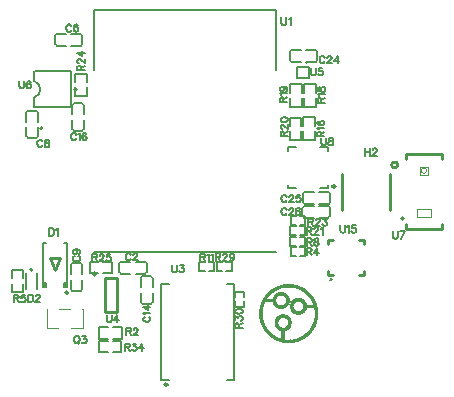
<source format=gto>
G04 Layer: TopSilkscreenLayer*
G04 Panelize: , Column: 1, Row: 1, Board Size: 43.14mm x 33.02mm, Panelized Board Size: 43.14mm x 33.02mm*
G04 EasyEDA v6.5.37, 2023-11-04 14:50:19*
G04 5fb9839a784f4b4dba235304687c7bf2,9a4ed40c0dd746429eaf55b84663d2fb,10*
G04 Gerber Generator version 0.2*
G04 Scale: 100 percent, Rotated: No, Reflected: No *
G04 Dimensions in millimeters *
G04 leading zeros omitted , absolute positions ,4 integer and 5 decimal *
%FSLAX45Y45*%
%MOMM*%

%ADD10C,0.1270*%
%ADD11C,0.1524*%
%ADD12C,0.1250*%
%ADD13C,0.2540*%
%ADD14C,0.1520*%
%ADD15C,0.1500*%
%ADD16C,0.2000*%
%ADD17C,0.1000*%
%ADD18C,0.1999*%
%ADD19C,0.2489*%
%ADD20C,0.2500*%
%ADD21C,0.2500*%
%ADD22C,0.0152*%

%LPD*%
G36*
X1148689Y-39878D02*
G01*
X1146454Y-40894D01*
X1146048Y-41910D01*
X1134414Y-41910D01*
X1133094Y-42621D01*
X1133094Y-43992D01*
X1123645Y-43992D01*
X1122781Y-44805D01*
X1122781Y-45974D01*
X1114145Y-46228D01*
X1112570Y-48107D01*
X1106982Y-48107D01*
X1106170Y-50139D01*
X1100480Y-50139D01*
X1100023Y-51358D01*
X1099210Y-52222D01*
X1094486Y-52222D01*
X1092809Y-54254D01*
X1088898Y-54254D01*
X1087831Y-55372D01*
X1087831Y-56337D01*
X1083868Y-56388D01*
X1082141Y-56896D01*
X1081938Y-58369D01*
X1078636Y-58369D01*
X1077518Y-59486D01*
X1077518Y-60401D01*
X1073607Y-60604D01*
X1073353Y-62484D01*
X1069695Y-62484D01*
X1067511Y-64566D01*
X1064971Y-64566D01*
X1063802Y-65836D01*
X1063802Y-66598D01*
X1061720Y-66598D01*
X1059789Y-67614D01*
X1059383Y-68681D01*
X1056944Y-68681D01*
X1056944Y-70713D01*
X1053642Y-70713D01*
X1052830Y-71577D01*
X1052830Y-72796D01*
X1050594Y-72796D01*
X1049121Y-73202D01*
X1048715Y-74879D01*
X1047343Y-74879D01*
X1045108Y-76403D01*
X1044905Y-76911D01*
X1042873Y-76911D01*
X1042466Y-78841D01*
X1038961Y-79502D01*
X1038758Y-81026D01*
X1036370Y-81026D01*
X1036370Y-83058D01*
X1033729Y-83058D01*
X1032611Y-84328D01*
X1032611Y-85140D01*
X1031036Y-85140D01*
X1030224Y-85953D01*
X1030224Y-87172D01*
X1028344Y-87376D01*
X1028141Y-89154D01*
X1024534Y-89763D01*
X1024331Y-91338D01*
X1022807Y-91338D01*
X1021994Y-92151D01*
X1021994Y-93319D01*
X1020114Y-93522D01*
X1019860Y-95453D01*
X1018336Y-95453D01*
X1016508Y-97536D01*
X1014069Y-97942D01*
X1014069Y-99517D01*
X1011885Y-99720D01*
X1011631Y-101600D01*
X1010462Y-101600D01*
X1009650Y-102412D01*
X1009650Y-103682D01*
X1008380Y-103682D01*
X1007567Y-104495D01*
X1007567Y-105664D01*
X1005687Y-105867D01*
X1005484Y-107746D01*
X1003655Y-107950D01*
X1003401Y-109778D01*
X1001572Y-109982D01*
X1001369Y-111861D01*
X999540Y-112064D01*
X999286Y-113944D01*
X997305Y-113944D01*
X997305Y-115976D01*
X995426Y-116179D01*
X995171Y-118008D01*
X993343Y-118211D01*
X993140Y-120142D01*
X991108Y-120142D01*
X991108Y-122123D01*
X989482Y-122529D01*
X988771Y-124561D01*
X987450Y-124561D01*
X987044Y-126593D01*
X985469Y-126796D01*
X984808Y-130352D01*
X983081Y-130606D01*
X982827Y-132435D01*
X980998Y-132638D01*
X980795Y-134467D01*
X979068Y-134874D01*
X978712Y-136855D01*
X977392Y-137210D01*
X976731Y-139039D01*
X976731Y-140665D01*
X974801Y-140868D01*
X974598Y-142748D01*
X972616Y-142748D01*
X972616Y-145491D01*
X971702Y-145491D01*
X970534Y-146761D01*
X970534Y-148945D01*
X969314Y-148945D01*
X968502Y-149758D01*
X968502Y-151180D01*
X966927Y-151841D01*
X966317Y-155092D01*
X965453Y-155092D01*
X964387Y-156159D01*
X964387Y-159156D01*
X962507Y-159410D01*
X962152Y-161442D01*
X960780Y-161696D01*
X960272Y-162458D01*
X960272Y-165404D01*
X958189Y-165404D01*
X958189Y-169468D01*
X956310Y-169672D01*
X956106Y-173583D01*
X954278Y-173786D01*
X954024Y-177698D01*
X952195Y-177901D01*
X951992Y-181864D01*
X949960Y-181864D01*
X949960Y-185928D01*
X1071372Y-185928D01*
X1071372Y-171551D01*
X1072591Y-171551D01*
X1073404Y-170738D01*
X1073404Y-165100D01*
X1074928Y-164896D01*
X1075385Y-163169D01*
X1075486Y-160477D01*
X1076604Y-159207D01*
X1077518Y-159207D01*
X1077518Y-156921D01*
X1078890Y-156565D01*
X1079601Y-154736D01*
X1079601Y-153060D01*
X1081633Y-153060D01*
X1081633Y-151028D01*
X1083513Y-150825D01*
X1083767Y-148945D01*
X1085596Y-148742D01*
X1085799Y-146862D01*
X1087831Y-146862D01*
X1087831Y-144830D01*
X1089710Y-144780D01*
X1091387Y-142748D01*
X1093978Y-142748D01*
X1093978Y-140716D01*
X1097940Y-140512D01*
X1098143Y-138633D01*
X1104290Y-138633D01*
X1104290Y-137820D01*
X1105408Y-136601D01*
X1122730Y-136601D01*
X1123137Y-138633D01*
X1128826Y-138633D01*
X1129588Y-140716D01*
X1132992Y-140716D01*
X1133398Y-142748D01*
X1137158Y-142748D01*
X1137361Y-144627D01*
X1139190Y-144830D01*
X1139596Y-146862D01*
X1141171Y-146862D01*
X1141933Y-148945D01*
X1143304Y-148945D01*
X1144016Y-150977D01*
X1145336Y-150977D01*
X1145743Y-153060D01*
X1147470Y-153060D01*
X1147673Y-154940D01*
X1149553Y-155143D01*
X1149553Y-158140D01*
X1149959Y-159207D01*
X1151585Y-159207D01*
X1151585Y-162001D01*
X1152296Y-163322D01*
X1153668Y-163322D01*
X1153668Y-168198D01*
X1154379Y-169519D01*
X1155700Y-169519D01*
X1155700Y-188010D01*
X1154480Y-188010D01*
X1153668Y-188823D01*
X1153668Y-194106D01*
X1151585Y-194513D01*
X1151585Y-198323D01*
X1150366Y-198323D01*
X1149553Y-199136D01*
X1149553Y-201472D01*
X1148689Y-202285D01*
X1147470Y-202742D01*
X1147470Y-204419D01*
X1145590Y-204673D01*
X1145387Y-206552D01*
X1144219Y-206552D01*
X1143355Y-207365D01*
X1143355Y-208584D01*
X1142136Y-208584D01*
X1141323Y-209448D01*
X1141323Y-210616D01*
X1139444Y-210820D01*
X1139190Y-212699D01*
X1137107Y-212699D01*
X1135837Y-213867D01*
X1135837Y-214731D01*
X1133246Y-214934D01*
X1133043Y-216814D01*
X1129284Y-216814D01*
X1128928Y-217830D01*
X1126794Y-218897D01*
X1122984Y-218948D01*
X1121257Y-219456D01*
X1121054Y-220929D01*
X1106322Y-220929D01*
X1106322Y-219608D01*
X1105001Y-218897D01*
X1099921Y-218897D01*
X1099566Y-217525D01*
X1097737Y-216814D01*
X1095806Y-216814D01*
X1095451Y-215442D01*
X1093622Y-214782D01*
X1091996Y-214782D01*
X1091590Y-213156D01*
X1089558Y-212750D01*
X1087577Y-210667D01*
X1085799Y-210667D01*
X1085596Y-208788D01*
X1083767Y-208534D01*
X1083513Y-206705D01*
X1081633Y-206502D01*
X1081633Y-204724D01*
X1079601Y-202742D01*
X1079601Y-201574D01*
X1079093Y-200812D01*
X1077722Y-200558D01*
X1077366Y-197459D01*
X1076807Y-196596D01*
X1075486Y-196596D01*
X1075486Y-193802D01*
X1074775Y-192481D01*
X1073404Y-192481D01*
X1073404Y-186385D01*
X1071372Y-185928D01*
X948740Y-185978D01*
X947928Y-186791D01*
X947928Y-190093D01*
X946251Y-190500D01*
X945845Y-191973D01*
X945845Y-194564D01*
X945337Y-194564D01*
X943965Y-196748D01*
X943610Y-200558D01*
X942136Y-200761D01*
X941730Y-202844D01*
X941730Y-206552D01*
X940765Y-206552D01*
X939698Y-207619D01*
X939698Y-212699D01*
X937615Y-212699D01*
X937615Y-219202D01*
X936091Y-219405D01*
X935634Y-221132D01*
X935583Y-227126D01*
X934567Y-227126D01*
X933500Y-228193D01*
X933500Y-235508D01*
X931976Y-236220D01*
X931519Y-237896D01*
X931468Y-246329D01*
X930757Y-246329D01*
X929386Y-248564D01*
X929386Y-262077D01*
X927760Y-262483D01*
X927353Y-264007D01*
X927353Y-303580D01*
X956157Y-303580D01*
X956157Y-276656D01*
X957681Y-275996D01*
X958138Y-274269D01*
X958189Y-257708D01*
X959459Y-257302D01*
X960272Y-255574D01*
X960272Y-245617D01*
X962304Y-245617D01*
X962304Y-237337D01*
X963726Y-236982D01*
X964387Y-235305D01*
X964387Y-229158D01*
X965606Y-229158D01*
X966419Y-228346D01*
X966419Y-223012D01*
X967232Y-223012D01*
X968502Y-221894D01*
X968502Y-216814D01*
X969467Y-216814D01*
X970534Y-215747D01*
X970534Y-210718D01*
X972413Y-210464D01*
X972616Y-206806D01*
X974648Y-204876D01*
X974648Y-200355D01*
X976731Y-200355D01*
X976731Y-196291D01*
X978611Y-196088D01*
X978814Y-194208D01*
X1042873Y-194208D01*
X1043076Y-195732D01*
X1044600Y-196392D01*
X1044600Y-201320D01*
X1045006Y-202438D01*
X1046683Y-202438D01*
X1046683Y-206095D01*
X1047089Y-208279D01*
X1048715Y-208686D01*
X1048715Y-211175D01*
X1049172Y-212699D01*
X1050696Y-212699D01*
X1051153Y-216154D01*
X1052830Y-216916D01*
X1052830Y-218897D01*
X1054811Y-218897D01*
X1055268Y-222351D01*
X1056894Y-223062D01*
X1057300Y-225044D01*
X1058976Y-225044D01*
X1059180Y-226923D01*
X1061008Y-227177D01*
X1061262Y-229006D01*
X1063142Y-229209D01*
X1063142Y-231241D01*
X1065123Y-231241D01*
X1065377Y-233121D01*
X1067155Y-233324D01*
X1067562Y-235356D01*
X1069644Y-235356D01*
X1069644Y-236575D01*
X1070457Y-237388D01*
X1073353Y-237388D01*
X1073607Y-239267D01*
X1075842Y-239521D01*
X1075842Y-240690D01*
X1076655Y-241503D01*
X1079601Y-241503D01*
X1079601Y-243586D01*
X1083665Y-243586D01*
X1084376Y-245617D01*
X1089812Y-245617D01*
X1090218Y-247700D01*
X1096416Y-247700D01*
X1096416Y-249021D01*
X1097737Y-249732D01*
X1130198Y-249732D01*
X1131011Y-248920D01*
X1131011Y-247700D01*
X1137208Y-247700D01*
X1137208Y-246989D01*
X1138275Y-246989D01*
X1138631Y-245668D01*
X1143203Y-245465D01*
X1143406Y-243636D01*
X1147318Y-243433D01*
X1147521Y-241554D01*
X1151432Y-241350D01*
X1151636Y-239471D01*
X1153261Y-239471D01*
X1155090Y-238760D01*
X1155446Y-237439D01*
X1157630Y-237236D01*
X1157833Y-235356D01*
X1159814Y-235356D01*
X1159814Y-233273D01*
X1161897Y-233273D01*
X1161897Y-231241D01*
X1163777Y-231241D01*
X1164488Y-229717D01*
X1166012Y-229006D01*
X1166012Y-227126D01*
X1168044Y-227126D01*
X1168044Y-225044D01*
X1170127Y-225044D01*
X1170127Y-223062D01*
X1172006Y-222859D01*
X1172210Y-220929D01*
X1172870Y-220929D01*
X1174242Y-219557D01*
X1174242Y-216865D01*
X1176121Y-216662D01*
X1176324Y-214274D01*
X1178356Y-212394D01*
X1178356Y-208584D01*
X1180388Y-208584D01*
X1180388Y-204470D01*
X1181658Y-204470D01*
X1182471Y-203657D01*
X1182471Y-198374D01*
X1184351Y-197459D01*
X1184554Y-185674D01*
X1185824Y-185267D01*
X1186586Y-183134D01*
X1186586Y-173990D01*
X1185875Y-172161D01*
X1184503Y-171805D01*
X1184503Y-160629D01*
X1184097Y-159562D01*
X1182471Y-159562D01*
X1182471Y-153365D01*
X1180388Y-152958D01*
X1180338Y-149098D01*
X1179880Y-147370D01*
X1178356Y-147167D01*
X1178356Y-145237D01*
X1177594Y-143103D01*
X1176324Y-142748D01*
X1176121Y-140868D01*
X1174242Y-140665D01*
X1174242Y-137414D01*
X1173429Y-136601D01*
X1172210Y-136601D01*
X1172006Y-134670D01*
X1170127Y-134467D01*
X1170127Y-132486D01*
X1169212Y-132486D01*
X1168146Y-131267D01*
X1167485Y-129184D01*
X1166114Y-128574D01*
X1165402Y-126644D01*
X1163980Y-126644D01*
X1162913Y-124561D01*
X1161897Y-124561D01*
X1159459Y-122174D01*
X1157833Y-122174D01*
X1157630Y-120294D01*
X1155700Y-120091D01*
X1155700Y-118770D01*
X1154379Y-118059D01*
X1151636Y-118059D01*
X1151432Y-116179D01*
X1149197Y-115976D01*
X1149197Y-114350D01*
X1145286Y-113842D01*
X1143304Y-111912D01*
X1139240Y-111912D01*
X1139240Y-110235D01*
X1137716Y-109829D01*
X1133195Y-109829D01*
X1132484Y-108204D01*
X1130249Y-107797D01*
X1120241Y-107746D01*
X1118666Y-106121D01*
X1113891Y-105664D01*
X1109014Y-106121D01*
X1108303Y-107797D01*
X1096721Y-107797D01*
X1094740Y-108762D01*
X1094384Y-109829D01*
X1090066Y-109880D01*
X1088339Y-110388D01*
X1088136Y-111912D01*
X1084529Y-111912D01*
X1083716Y-112725D01*
X1083716Y-113944D01*
X1079601Y-113944D01*
X1079601Y-116027D01*
X1076299Y-116027D01*
X1075486Y-116839D01*
X1075486Y-117957D01*
X1072794Y-118414D01*
X1071524Y-119989D01*
X1069644Y-120497D01*
X1069238Y-122123D01*
X1067409Y-122377D01*
X1067206Y-124206D01*
X1065377Y-124409D01*
X1065123Y-126237D01*
X1063294Y-126441D01*
X1063091Y-128320D01*
X1061262Y-128524D01*
X1061008Y-130352D01*
X1059180Y-130606D01*
X1058976Y-132435D01*
X1057148Y-132638D01*
X1056894Y-134518D01*
X1055979Y-134518D01*
X1054912Y-135585D01*
X1054912Y-136855D01*
X1052830Y-139039D01*
X1052830Y-140716D01*
X1051864Y-140716D01*
X1050798Y-141782D01*
X1050798Y-144830D01*
X1049528Y-144830D01*
X1048715Y-145643D01*
X1048715Y-148945D01*
X1047750Y-148945D01*
X1046683Y-150012D01*
X1046683Y-155092D01*
X1045413Y-155092D01*
X1044600Y-155905D01*
X1044600Y-161594D01*
X1042924Y-161594D01*
X1042924Y-163322D01*
X997305Y-163322D01*
X997305Y-161290D01*
X999337Y-161290D01*
X999337Y-159207D01*
X1001420Y-159207D01*
X1001420Y-156616D01*
X1003452Y-154940D01*
X1003452Y-153060D01*
X1005535Y-153060D01*
X1005535Y-151028D01*
X1007414Y-150825D01*
X1007618Y-148945D01*
X1008786Y-148945D01*
X1009650Y-148082D01*
X1009650Y-146608D01*
X1011021Y-146253D01*
X1011682Y-144424D01*
X1011682Y-142748D01*
X1013764Y-142748D01*
X1013764Y-140716D01*
X1015796Y-140716D01*
X1015796Y-138633D01*
X1017879Y-138633D01*
X1017879Y-136601D01*
X1019911Y-136601D01*
X1019911Y-134518D01*
X1021994Y-134518D01*
X1021994Y-132486D01*
X1024026Y-132486D01*
X1024026Y-130403D01*
X1026109Y-130403D01*
X1026109Y-128371D01*
X1028141Y-128371D01*
X1028141Y-126288D01*
X1030224Y-126288D01*
X1030224Y-124256D01*
X1031900Y-124256D01*
X1033627Y-123444D01*
X1033983Y-122275D01*
X1036015Y-121869D01*
X1036472Y-120142D01*
X1038250Y-119938D01*
X1038504Y-118059D01*
X1040485Y-118059D01*
X1040485Y-116027D01*
X1042568Y-116027D01*
X1042568Y-113944D01*
X1045616Y-113944D01*
X1046683Y-112877D01*
X1046683Y-111963D01*
X1048562Y-111709D01*
X1048766Y-109829D01*
X1050798Y-109829D01*
X1050798Y-109220D01*
X1052169Y-108864D01*
X1052169Y-107797D01*
X1054709Y-107594D01*
X1054963Y-105714D01*
X1056640Y-105714D01*
X1058519Y-103733D01*
X1060907Y-103479D01*
X1061110Y-101600D01*
X1062939Y-101600D01*
X1064564Y-101142D01*
X1065174Y-99568D01*
X1067257Y-99568D01*
X1067257Y-97536D01*
X1071168Y-97332D01*
X1071422Y-95453D01*
X1074674Y-95453D01*
X1075486Y-94589D01*
X1075486Y-93370D01*
X1079246Y-93370D01*
X1079652Y-91338D01*
X1082903Y-91338D01*
X1083716Y-90474D01*
X1083716Y-89306D01*
X1087628Y-89103D01*
X1087882Y-87172D01*
X1091946Y-87172D01*
X1091946Y-86410D01*
X1093063Y-85140D01*
X1097280Y-85140D01*
X1098092Y-84328D01*
X1098092Y-83058D01*
X1102766Y-83058D01*
X1103579Y-82245D01*
X1103579Y-81026D01*
X1108252Y-80975D01*
X1109929Y-78943D01*
X1114399Y-78892D01*
X1116126Y-78435D01*
X1116330Y-76911D01*
X1122629Y-76758D01*
X1122832Y-74879D01*
X1130858Y-74828D01*
X1132535Y-72796D01*
X1142593Y-72796D01*
X1143457Y-70713D01*
X1157274Y-70662D01*
X1159002Y-70205D01*
X1159662Y-68681D01*
X1195476Y-68681D01*
X1196035Y-69596D01*
X1197711Y-70713D01*
X1211630Y-70713D01*
X1211630Y-71729D01*
X1213662Y-72796D01*
X1222552Y-72796D01*
X1224076Y-74879D01*
X1231696Y-74879D01*
X1232458Y-76911D01*
X1240028Y-76911D01*
X1240231Y-78790D01*
X1246174Y-78994D01*
X1246581Y-81026D01*
X1252423Y-81026D01*
X1252423Y-83058D01*
X1256538Y-83058D01*
X1256538Y-84074D01*
X1258062Y-85140D01*
X1262634Y-85140D01*
X1263040Y-87172D01*
X1266698Y-87172D01*
X1267460Y-89204D01*
X1271117Y-89408D01*
X1271371Y-90779D01*
X1272133Y-91287D01*
X1275080Y-91338D01*
X1275080Y-92303D01*
X1276146Y-93370D01*
X1279448Y-93370D01*
X1279702Y-95250D01*
X1283258Y-95453D01*
X1283665Y-97485D01*
X1287322Y-97485D01*
X1287729Y-99568D01*
X1290015Y-99568D01*
X1291691Y-101549D01*
X1293418Y-101600D01*
X1294180Y-103682D01*
X1297635Y-103682D01*
X1297838Y-105562D01*
X1299921Y-105918D01*
X1300175Y-107238D01*
X1300937Y-107746D01*
X1303832Y-107797D01*
X1304036Y-109677D01*
X1305864Y-109880D01*
X1306322Y-111912D01*
X1307947Y-111912D01*
X1309979Y-113944D01*
X1312062Y-113944D01*
X1312265Y-115824D01*
X1314094Y-116027D01*
X1314500Y-118059D01*
X1316177Y-118059D01*
X1316583Y-120142D01*
X1318209Y-120142D01*
X1320292Y-122174D01*
X1322374Y-122174D01*
X1322374Y-124256D01*
X1324406Y-124256D01*
X1324610Y-126136D01*
X1326438Y-126339D01*
X1326692Y-128168D01*
X1328521Y-128371D01*
X1328724Y-130251D01*
X1330604Y-130454D01*
X1330604Y-132486D01*
X1332636Y-132486D01*
X1332839Y-134366D01*
X1334719Y-134569D01*
X1334719Y-136601D01*
X1336751Y-136601D01*
X1336954Y-138480D01*
X1338783Y-138684D01*
X1339037Y-140512D01*
X1340866Y-140716D01*
X1341069Y-142595D01*
X1342898Y-142798D01*
X1343152Y-144627D01*
X1345031Y-144881D01*
X1345031Y-146812D01*
X1347419Y-149148D01*
X1347419Y-150622D01*
X1349044Y-151028D01*
X1349451Y-153060D01*
X1351127Y-153060D01*
X1351381Y-154940D01*
X1353261Y-155143D01*
X1353261Y-157226D01*
X1355242Y-159207D01*
X1355699Y-161290D01*
X1357376Y-161290D01*
X1357376Y-163322D01*
X1359408Y-163322D01*
X1359865Y-167132D01*
X1361440Y-167487D01*
X1361643Y-169316D01*
X1363522Y-169570D01*
X1363522Y-172313D01*
X1364234Y-173634D01*
X1365605Y-173634D01*
X1365605Y-176022D01*
X1367586Y-177800D01*
X1367840Y-179628D01*
X1369720Y-179832D01*
X1369720Y-182372D01*
X1370126Y-183896D01*
X1371701Y-183896D01*
X1372158Y-187706D01*
X1373835Y-188112D01*
X1373835Y-191058D01*
X1374902Y-192125D01*
X1375765Y-192125D01*
X1376172Y-195580D01*
X1376629Y-196240D01*
X1377950Y-196240D01*
X1377950Y-200355D01*
X1379982Y-200355D01*
X1379982Y-203403D01*
X1380388Y-204470D01*
X1382064Y-204470D01*
X1382064Y-207822D01*
X1382471Y-210007D01*
X1384096Y-210769D01*
X1384096Y-212699D01*
X1330604Y-212699D01*
X1330604Y-209804D01*
X1330096Y-209042D01*
X1328724Y-208788D01*
X1328521Y-202844D01*
X1326489Y-202387D01*
X1326489Y-198780D01*
X1324457Y-197256D01*
X1324457Y-194208D01*
X1323644Y-194208D01*
X1322374Y-193040D01*
X1322374Y-190398D01*
X1320342Y-189992D01*
X1320342Y-187655D01*
X1319631Y-186334D01*
X1318310Y-186334D01*
X1318107Y-184099D01*
X1316228Y-183845D01*
X1316024Y-182016D01*
X1314145Y-181813D01*
X1314145Y-179781D01*
X1312113Y-179781D01*
X1312113Y-177749D01*
X1310030Y-177749D01*
X1310030Y-175666D01*
X1308049Y-175666D01*
X1307795Y-173786D01*
X1305966Y-173583D01*
X1305763Y-171754D01*
X1303883Y-171500D01*
X1303883Y-169875D01*
X1302004Y-169418D01*
X1300632Y-168148D01*
X1299768Y-168148D01*
X1299768Y-167436D01*
X1297686Y-167436D01*
X1297686Y-166116D01*
X1296365Y-165404D01*
X1293571Y-165404D01*
X1293571Y-163728D01*
X1292504Y-163322D01*
X1289456Y-163322D01*
X1289456Y-161696D01*
X1287932Y-161290D01*
X1283309Y-161290D01*
X1283309Y-159613D01*
X1282192Y-159207D01*
X1276858Y-159207D01*
X1276146Y-157581D01*
X1273962Y-157175D01*
X1245514Y-157175D01*
X1244193Y-157886D01*
X1244193Y-159207D01*
X1237183Y-159207D01*
X1236370Y-159715D01*
X1236116Y-161086D01*
X1232001Y-161493D01*
X1230782Y-162052D01*
X1230172Y-163220D01*
X1226667Y-163626D01*
X1226007Y-164033D01*
X1226007Y-165404D01*
X1223924Y-165404D01*
X1223467Y-166573D01*
X1222654Y-167436D01*
X1220317Y-167436D01*
X1219504Y-168249D01*
X1219504Y-169519D01*
X1217777Y-169519D01*
X1217320Y-170688D01*
X1216456Y-171551D01*
X1215237Y-171551D01*
X1213713Y-171958D01*
X1213358Y-173532D01*
X1211630Y-173990D01*
X1211224Y-175666D01*
X1210056Y-175666D01*
X1209192Y-176479D01*
X1209192Y-177647D01*
X1207160Y-178054D01*
X1207160Y-179781D01*
X1205738Y-179781D01*
X1204925Y-181864D01*
X1203452Y-182270D01*
X1203045Y-183743D01*
X1203045Y-184962D01*
X1202182Y-185826D01*
X1201013Y-186283D01*
X1201013Y-188010D01*
X1199743Y-188010D01*
X1198930Y-188823D01*
X1198930Y-191160D01*
X1198067Y-192024D01*
X1196898Y-192481D01*
X1196898Y-194564D01*
X1195527Y-194564D01*
X1195120Y-195224D01*
X1194714Y-198678D01*
X1193850Y-198678D01*
X1193038Y-199644D01*
X1192580Y-204673D01*
X1191107Y-204876D01*
X1190701Y-206959D01*
X1190701Y-212699D01*
X1188618Y-212699D01*
X1188690Y-234238D01*
X1217422Y-234238D01*
X1217422Y-222961D01*
X1218895Y-222554D01*
X1219504Y-220929D01*
X1219504Y-214833D01*
X1221384Y-214579D01*
X1221587Y-210718D01*
X1223467Y-210464D01*
X1223670Y-206603D01*
X1225499Y-206349D01*
X1225702Y-204470D01*
X1226667Y-204470D01*
X1227734Y-203403D01*
X1227734Y-201879D01*
X1229766Y-200202D01*
X1229817Y-198323D01*
X1231798Y-198323D01*
X1232001Y-197815D01*
X1234236Y-196240D01*
X1235151Y-196240D01*
X1235964Y-195427D01*
X1235964Y-194259D01*
X1237843Y-194005D01*
X1238046Y-192125D01*
X1241298Y-192125D01*
X1242161Y-191312D01*
X1242161Y-190093D01*
X1246073Y-189890D01*
X1246276Y-188010D01*
X1252270Y-187960D01*
X1253947Y-187502D01*
X1254658Y-185978D01*
X1265732Y-185978D01*
X1267460Y-188010D01*
X1272997Y-188010D01*
X1272997Y-189026D01*
X1274521Y-190093D01*
X1277162Y-190093D01*
X1279245Y-192125D01*
X1281480Y-192125D01*
X1281836Y-193497D01*
X1283665Y-194208D01*
X1285290Y-194208D01*
X1285494Y-196088D01*
X1287322Y-196291D01*
X1287729Y-198323D01*
X1289354Y-198323D01*
X1289812Y-200355D01*
X1291488Y-200355D01*
X1291691Y-202234D01*
X1293571Y-202488D01*
X1293571Y-204470D01*
X1295654Y-204470D01*
X1295654Y-208584D01*
X1297686Y-208584D01*
X1297686Y-211632D01*
X1298092Y-212699D01*
X1299768Y-212699D01*
X1299768Y-217322D01*
X1300175Y-218897D01*
X1301800Y-218897D01*
X1301800Y-237744D01*
X1300480Y-237744D01*
X1299768Y-239064D01*
X1299768Y-243840D01*
X1298397Y-244195D01*
X1297686Y-246024D01*
X1297686Y-247599D01*
X1296009Y-248056D01*
X1295552Y-251815D01*
X1294384Y-251815D01*
X1293571Y-252628D01*
X1293571Y-253847D01*
X1291894Y-254254D01*
X1291488Y-256184D01*
X1289812Y-256641D01*
X1289812Y-257302D01*
X1287729Y-259130D01*
X1287729Y-259994D01*
X1285748Y-260451D01*
X1285341Y-262077D01*
X1283309Y-262077D01*
X1283309Y-264007D01*
X1279702Y-264668D01*
X1279448Y-266192D01*
X1277518Y-266192D01*
X1275689Y-266903D01*
X1275334Y-268274D01*
X1271473Y-268325D01*
X1269746Y-268833D01*
X1269085Y-270306D01*
X1250391Y-270306D01*
X1250391Y-268681D01*
X1248816Y-268274D01*
X1244193Y-268274D01*
X1244193Y-266649D01*
X1243126Y-266192D01*
X1240078Y-266192D01*
X1240078Y-264566D01*
X1239012Y-264160D01*
X1235964Y-264160D01*
X1235964Y-262077D01*
X1233932Y-262077D01*
X1233728Y-260197D01*
X1231849Y-259994D01*
X1231849Y-258317D01*
X1229817Y-257911D01*
X1229817Y-256235D01*
X1227785Y-255828D01*
X1227582Y-254050D01*
X1225702Y-253847D01*
X1225702Y-252221D01*
X1224991Y-250393D01*
X1223619Y-250037D01*
X1223619Y-247751D01*
X1221587Y-245668D01*
X1221587Y-243179D01*
X1220876Y-241858D01*
X1219504Y-241858D01*
X1219504Y-235966D01*
X1217422Y-234238D01*
X1188690Y-234238D01*
X1188720Y-243078D01*
X1189177Y-244805D01*
X1190701Y-245465D01*
X1190701Y-250748D01*
X1191107Y-251815D01*
X1192733Y-251815D01*
X1192733Y-256641D01*
X1193444Y-257962D01*
X1194816Y-257962D01*
X1194816Y-261010D01*
X1195222Y-262077D01*
X1196898Y-262077D01*
X1196898Y-264871D01*
X1197559Y-266192D01*
X1198930Y-266192D01*
X1198930Y-268630D01*
X1200962Y-269798D01*
X1201013Y-271068D01*
X1201674Y-272389D01*
X1202994Y-272389D01*
X1203198Y-274269D01*
X1205077Y-274472D01*
X1205280Y-276352D01*
X1207160Y-276555D01*
X1207160Y-278587D01*
X1209192Y-278587D01*
X1209192Y-280619D01*
X1211224Y-280619D01*
X1211427Y-282498D01*
X1213307Y-282702D01*
X1213510Y-284581D01*
X1215288Y-284784D01*
X1215694Y-286766D01*
X1217777Y-286766D01*
X1217777Y-288137D01*
X1219098Y-288848D01*
X1221587Y-288848D01*
X1221587Y-290880D01*
X1224280Y-290880D01*
X1225143Y-292811D01*
X1228750Y-293014D01*
X1230274Y-294995D01*
X1233881Y-294995D01*
X1233881Y-297078D01*
X1239926Y-297078D01*
X1240688Y-299161D01*
X1250696Y-299161D01*
X1250696Y-300126D01*
X1252728Y-301193D01*
X1268882Y-301193D01*
X1268882Y-299161D01*
X1278991Y-298958D01*
X1279245Y-297078D01*
X1286357Y-297078D01*
X1286357Y-294995D01*
X1290675Y-294995D01*
X1291539Y-294182D01*
X1291539Y-292963D01*
X1295654Y-292963D01*
X1295654Y-290880D01*
X1297279Y-290880D01*
X1299108Y-290220D01*
X1299464Y-288899D01*
X1301648Y-288696D01*
X1301851Y-286766D01*
X1303883Y-286766D01*
X1303883Y-286004D01*
X1305001Y-284734D01*
X1306728Y-284734D01*
X1307998Y-283616D01*
X1307998Y-282651D01*
X1309217Y-282651D01*
X1310030Y-281838D01*
X1310030Y-280670D01*
X1311910Y-280466D01*
X1312164Y-278587D01*
X1313332Y-278587D01*
X1314145Y-277723D01*
X1314145Y-276504D01*
X1315516Y-276504D01*
X1316228Y-275183D01*
X1316228Y-273659D01*
X1317345Y-272389D01*
X1318260Y-272389D01*
X1318260Y-270357D01*
X1320139Y-270154D01*
X1320342Y-268020D01*
X1321663Y-267665D01*
X1322374Y-265836D01*
X1322374Y-264160D01*
X1323594Y-264160D01*
X1324457Y-263347D01*
X1324457Y-260045D01*
X1325676Y-260045D01*
X1326489Y-259232D01*
X1326489Y-255371D01*
X1328521Y-253695D01*
X1328572Y-247700D01*
X1330604Y-247700D01*
X1330604Y-245617D01*
X1394409Y-245617D01*
X1394409Y-252780D01*
X1394815Y-254965D01*
X1396441Y-255676D01*
X1396441Y-268173D01*
X1396898Y-270357D01*
X1398524Y-271881D01*
X1398524Y-307644D01*
X1396949Y-307898D01*
X1396492Y-310946D01*
X1396441Y-324104D01*
X1394917Y-324358D01*
X1394460Y-326390D01*
X1394409Y-334822D01*
X1393698Y-334822D01*
X1392326Y-337007D01*
X1392326Y-344424D01*
X1391107Y-344424D01*
X1390294Y-345236D01*
X1390294Y-350621D01*
X1388414Y-352196D01*
X1388160Y-357022D01*
X1386179Y-358952D01*
X1386179Y-362864D01*
X1385214Y-363423D01*
X1384096Y-365607D01*
X1384096Y-369062D01*
X1382471Y-369519D01*
X1382064Y-370992D01*
X1382064Y-374294D01*
X1381201Y-375158D01*
X1379982Y-375615D01*
X1379982Y-379374D01*
X1378762Y-379374D01*
X1377950Y-380187D01*
X1377950Y-383489D01*
X1376934Y-383489D01*
X1375867Y-384556D01*
X1375867Y-387604D01*
X1374902Y-387604D01*
X1373835Y-388670D01*
X1373835Y-391718D01*
X1372819Y-391718D01*
X1371752Y-392785D01*
X1371752Y-395833D01*
X1370533Y-395833D01*
X1369720Y-396646D01*
X1369720Y-399897D01*
X1367840Y-400151D01*
X1367586Y-402285D01*
X1366266Y-402640D01*
X1365605Y-404469D01*
X1365605Y-406146D01*
X1363522Y-406146D01*
X1363522Y-409041D01*
X1361490Y-410718D01*
X1361490Y-412292D01*
X1360474Y-412292D01*
X1359408Y-413410D01*
X1359408Y-414629D01*
X1357376Y-416864D01*
X1357376Y-418490D01*
X1356106Y-418490D01*
X1355293Y-419303D01*
X1355293Y-420878D01*
X1353616Y-420878D01*
X1353159Y-424637D01*
X1351381Y-424840D01*
X1351127Y-426669D01*
X1349298Y-426872D01*
X1349095Y-428701D01*
X1347419Y-429107D01*
X1346962Y-431190D01*
X1345336Y-431190D01*
X1345336Y-432765D01*
X1343304Y-434289D01*
X1342898Y-436981D01*
X1341069Y-437184D01*
X1340866Y-439013D01*
X1339037Y-439216D01*
X1338783Y-441096D01*
X1336954Y-441299D01*
X1336751Y-443128D01*
X1334922Y-443331D01*
X1334668Y-445211D01*
X1332839Y-445414D01*
X1332636Y-447243D01*
X1330807Y-447446D01*
X1330553Y-449326D01*
X1328572Y-449326D01*
X1328572Y-451358D01*
X1326692Y-451561D01*
X1326438Y-453440D01*
X1324610Y-453643D01*
X1324406Y-455523D01*
X1322324Y-455523D01*
X1319885Y-457911D01*
X1318666Y-457911D01*
X1318463Y-459485D01*
X1316228Y-459689D01*
X1316228Y-461619D01*
X1314297Y-461873D01*
X1314094Y-463753D01*
X1312519Y-463753D01*
X1310284Y-465835D01*
X1308354Y-466242D01*
X1308150Y-467664D01*
X1306118Y-468020D01*
X1305864Y-469849D01*
X1303223Y-470255D01*
X1301902Y-471982D01*
X1300581Y-471982D01*
X1299768Y-472795D01*
X1299768Y-474014D01*
X1298346Y-474014D01*
X1296416Y-475030D01*
X1296009Y-476097D01*
X1294384Y-476097D01*
X1293571Y-476910D01*
X1293571Y-478129D01*
X1290878Y-478129D01*
X1289812Y-478586D01*
X1289812Y-480212D01*
X1287881Y-480212D01*
X1286154Y-482244D01*
X1283462Y-482447D01*
X1283258Y-484327D01*
X1280007Y-484327D01*
X1279194Y-485140D01*
X1279194Y-486359D01*
X1275080Y-486359D01*
X1275080Y-488442D01*
X1271778Y-488442D01*
X1270965Y-489254D01*
X1270965Y-490474D01*
X1267002Y-490677D01*
X1266799Y-492556D01*
X1263243Y-492607D01*
X1261516Y-493115D01*
X1260856Y-494588D01*
X1257350Y-494588D01*
X1256538Y-495452D01*
X1256538Y-496671D01*
X1253286Y-496671D01*
X1250696Y-497078D01*
X1250696Y-498703D01*
X1246428Y-498805D01*
X1244701Y-499262D01*
X1244498Y-500786D01*
X1239926Y-500786D01*
X1238402Y-501192D01*
X1237996Y-502869D01*
X1232357Y-502920D01*
X1230630Y-503377D01*
X1229969Y-504901D01*
X1223467Y-504901D01*
X1221943Y-505307D01*
X1221536Y-506933D01*
X1210868Y-507136D01*
X1209243Y-509016D01*
X1194917Y-509016D01*
X1193038Y-508050D01*
X1192072Y-508406D01*
X1190853Y-511048D01*
X1163980Y-511098D01*
X1163777Y-509524D01*
X1160678Y-509066D01*
X1147470Y-509016D01*
X1147470Y-439369D01*
X1149858Y-436981D01*
X1154887Y-436981D01*
X1155700Y-436168D01*
X1155700Y-434949D01*
X1159764Y-434949D01*
X1161846Y-432866D01*
X1164640Y-432866D01*
X1166012Y-431495D01*
X1166012Y-430834D01*
X1168044Y-430834D01*
X1168044Y-430022D01*
X1169212Y-428751D01*
X1172159Y-428751D01*
X1172159Y-426720D01*
X1174242Y-426720D01*
X1174242Y-424637D01*
X1177086Y-424637D01*
X1178356Y-423519D01*
X1178356Y-422605D01*
X1179576Y-422605D01*
X1180388Y-421792D01*
X1180388Y-420573D01*
X1182319Y-420370D01*
X1182522Y-418490D01*
X1183690Y-418490D01*
X1184503Y-417677D01*
X1184503Y-416407D01*
X1186586Y-416407D01*
X1186586Y-414121D01*
X1187958Y-413766D01*
X1188618Y-411937D01*
X1188618Y-410260D01*
X1190701Y-410260D01*
X1190701Y-408178D01*
X1191920Y-408178D01*
X1192733Y-407365D01*
X1192733Y-404114D01*
X1194663Y-403910D01*
X1194866Y-399999D01*
X1196695Y-399796D01*
X1196898Y-395884D01*
X1198778Y-395681D01*
X1198981Y-389737D01*
X1200810Y-389483D01*
X1201013Y-381457D01*
X1201775Y-381457D01*
X1203045Y-380288D01*
X1203045Y-355346D01*
X1201013Y-354533D01*
X1201013Y-346913D01*
X1198930Y-345440D01*
X1198930Y-340614D01*
X1196898Y-340207D01*
X1196695Y-336346D01*
X1194866Y-336143D01*
X1194663Y-332232D01*
X1192733Y-332028D01*
X1192733Y-328269D01*
X1190752Y-327863D01*
X1190548Y-326034D01*
X1188618Y-325831D01*
X1188618Y-322986D01*
X1188110Y-322173D01*
X1186738Y-321919D01*
X1186535Y-320040D01*
X1184503Y-319633D01*
X1184503Y-317957D01*
X1182471Y-317550D01*
X1182471Y-315925D01*
X1180388Y-315518D01*
X1180388Y-313842D01*
X1178356Y-313436D01*
X1178356Y-311505D01*
X1176020Y-311505D01*
X1175664Y-310134D01*
X1173835Y-309422D01*
X1172210Y-309422D01*
X1172006Y-307543D01*
X1170228Y-307340D01*
X1169466Y-305663D01*
X1166012Y-305206D01*
X1166012Y-303682D01*
X1164488Y-303276D01*
X1161897Y-303276D01*
X1161897Y-301853D01*
X1160119Y-301193D01*
X1156919Y-301193D01*
X1155192Y-299161D01*
X1149553Y-299161D01*
X1149553Y-297484D01*
X1148029Y-297078D01*
X1136446Y-297078D01*
X1134110Y-294995D01*
X1128217Y-294995D01*
X1125880Y-296468D01*
X1125880Y-297078D01*
X1113586Y-297078D01*
X1112520Y-298145D01*
X1112520Y-299110D01*
X1106525Y-299313D01*
X1106271Y-301193D01*
X1102055Y-301193D01*
X1100582Y-301599D01*
X1100175Y-303276D01*
X1097127Y-303276D01*
X1096060Y-304342D01*
X1096060Y-305308D01*
X1094384Y-305308D01*
X1092555Y-306019D01*
X1092200Y-307340D01*
X1090066Y-307543D01*
X1089863Y-309321D01*
X1087170Y-309778D01*
X1085900Y-311404D01*
X1083868Y-311658D01*
X1083665Y-313486D01*
X1081989Y-313893D01*
X1081582Y-315620D01*
X1080414Y-315620D01*
X1079601Y-316433D01*
X1079601Y-317652D01*
X1077518Y-317652D01*
X1077518Y-319633D01*
X1075791Y-320090D01*
X1075385Y-322072D01*
X1073912Y-322275D01*
X1073302Y-325831D01*
X1071524Y-326034D01*
X1071321Y-327964D01*
X1070000Y-327964D01*
X1069289Y-329285D01*
X1069289Y-332028D01*
X1067409Y-332232D01*
X1067206Y-336143D01*
X1065377Y-336346D01*
X1065174Y-340156D01*
X1063142Y-340918D01*
X1063142Y-346456D01*
X1061872Y-346456D01*
X1061059Y-347268D01*
X1061059Y-354990D01*
X1059535Y-355193D01*
X1059078Y-357276D01*
X1059078Y-367538D01*
X1089710Y-367538D01*
X1089914Y-356768D01*
X1091133Y-356768D01*
X1091946Y-355904D01*
X1091946Y-350570D01*
X1093978Y-350570D01*
X1093978Y-346456D01*
X1096060Y-346456D01*
X1096060Y-344424D01*
X1097280Y-344424D01*
X1098092Y-343560D01*
X1098092Y-342087D01*
X1099464Y-341731D01*
X1100175Y-339902D01*
X1100175Y-338226D01*
X1102207Y-338226D01*
X1102207Y-337413D01*
X1103376Y-336194D01*
X1105103Y-336194D01*
X1106322Y-335026D01*
X1106322Y-334162D01*
X1108252Y-333959D01*
X1108456Y-332079D01*
X1111250Y-332079D01*
X1112520Y-330911D01*
X1112520Y-329996D01*
X1114196Y-329996D01*
X1116025Y-329285D01*
X1116380Y-327964D01*
X1121460Y-327964D01*
X1122781Y-327253D01*
X1122781Y-325882D01*
X1139596Y-325882D01*
X1139596Y-327101D01*
X1140409Y-327964D01*
X1145794Y-327964D01*
X1145794Y-328980D01*
X1147826Y-329996D01*
X1149908Y-329996D01*
X1149908Y-331368D01*
X1151229Y-332079D01*
X1153617Y-332079D01*
X1154074Y-334111D01*
X1156055Y-334111D01*
X1156055Y-335483D01*
X1157376Y-336194D01*
X1159814Y-336194D01*
X1159814Y-338226D01*
X1161897Y-338226D01*
X1161897Y-340360D01*
X1163878Y-342341D01*
X1164539Y-344220D01*
X1165961Y-344424D01*
X1166164Y-346303D01*
X1168044Y-346506D01*
X1168044Y-349504D01*
X1168501Y-350570D01*
X1170127Y-350570D01*
X1170127Y-353923D01*
X1170584Y-356108D01*
X1172108Y-356819D01*
X1172362Y-366725D01*
X1173226Y-367233D01*
X1172210Y-370636D01*
X1172159Y-379374D01*
X1170533Y-379780D01*
X1170127Y-381254D01*
X1170127Y-385572D01*
X1168044Y-385572D01*
X1168044Y-388670D01*
X1167231Y-389534D01*
X1166012Y-389991D01*
X1166012Y-391668D01*
X1164285Y-392074D01*
X1163878Y-394106D01*
X1162253Y-394106D01*
X1162253Y-395782D01*
X1160373Y-397865D01*
X1158392Y-398576D01*
X1158036Y-399897D01*
X1156106Y-400304D01*
X1155649Y-402031D01*
X1154480Y-402031D01*
X1153668Y-402844D01*
X1153668Y-404063D01*
X1150620Y-404063D01*
X1149553Y-405180D01*
X1149553Y-406146D01*
X1146505Y-406146D01*
X1145438Y-407212D01*
X1145438Y-408178D01*
X1140358Y-408178D01*
X1139240Y-408584D01*
X1139240Y-410209D01*
X1137462Y-409295D01*
X1136497Y-409651D01*
X1136497Y-410260D01*
X1122781Y-410260D01*
X1122781Y-408584D01*
X1121714Y-408178D01*
X1116634Y-408178D01*
X1116634Y-406146D01*
X1112520Y-406146D01*
X1112520Y-404469D01*
X1111402Y-404063D01*
X1108456Y-404063D01*
X1108252Y-402183D01*
X1106322Y-401980D01*
X1106322Y-400354D01*
X1104392Y-399948D01*
X1103630Y-398272D01*
X1102309Y-398272D01*
X1100175Y-396189D01*
X1100175Y-394970D01*
X1099667Y-394208D01*
X1098296Y-393954D01*
X1098042Y-391718D01*
X1096060Y-391718D01*
X1096060Y-389940D01*
X1094028Y-388010D01*
X1093825Y-385724D01*
X1091946Y-385521D01*
X1091946Y-380034D01*
X1089914Y-379272D01*
X1089710Y-367538D01*
X1059078Y-367538D01*
X1059078Y-378866D01*
X1059535Y-380593D01*
X1061059Y-381254D01*
X1061059Y-388112D01*
X1061516Y-389686D01*
X1063142Y-389686D01*
X1063142Y-395833D01*
X1065174Y-395833D01*
X1065174Y-398881D01*
X1065631Y-399948D01*
X1067257Y-399948D01*
X1067257Y-402996D01*
X1067663Y-404063D01*
X1069187Y-404063D01*
X1069797Y-408025D01*
X1071321Y-408228D01*
X1071524Y-410057D01*
X1073404Y-410311D01*
X1073404Y-412292D01*
X1075740Y-414528D01*
X1075994Y-415899D01*
X1077417Y-416559D01*
X1078179Y-418490D01*
X1079449Y-418490D01*
X1080211Y-420471D01*
X1081836Y-420725D01*
X1082040Y-422300D01*
X1084072Y-422706D01*
X1084072Y-423926D01*
X1085392Y-424637D01*
X1087780Y-424637D01*
X1087983Y-426516D01*
X1089812Y-426770D01*
X1090218Y-428751D01*
X1093927Y-428751D01*
X1094181Y-430631D01*
X1096416Y-430885D01*
X1096416Y-432104D01*
X1098143Y-432866D01*
X1100480Y-432866D01*
X1102461Y-434949D01*
X1106271Y-434949D01*
X1106982Y-436981D01*
X1113332Y-436981D01*
X1114552Y-438150D01*
X1114552Y-500786D01*
X1110437Y-500786D01*
X1110437Y-499414D01*
X1109116Y-498703D01*
X1104290Y-498703D01*
X1104290Y-497484D01*
X1103477Y-496671D01*
X1098092Y-496671D01*
X1098092Y-495046D01*
X1097026Y-494588D01*
X1094079Y-494588D01*
X1093673Y-492963D01*
X1091488Y-492556D01*
X1089863Y-492556D01*
X1089863Y-491998D01*
X1087069Y-490474D01*
X1083767Y-490474D01*
X1083513Y-488594D01*
X1079652Y-488391D01*
X1079398Y-486562D01*
X1075486Y-486359D01*
X1075486Y-484327D01*
X1072388Y-484327D01*
X1070914Y-482244D01*
X1069289Y-482244D01*
X1068527Y-480568D01*
X1065174Y-480110D01*
X1065174Y-478129D01*
X1061059Y-478129D01*
X1061059Y-476097D01*
X1059180Y-476097D01*
X1058519Y-474573D01*
X1054912Y-473913D01*
X1054709Y-472135D01*
X1052931Y-471932D01*
X1052525Y-470357D01*
X1050340Y-469900D01*
X1048766Y-469900D01*
X1048562Y-468020D01*
X1046683Y-467817D01*
X1046683Y-466140D01*
X1044702Y-465734D01*
X1043940Y-464108D01*
X1040485Y-463651D01*
X1040485Y-461670D01*
X1038453Y-461670D01*
X1038453Y-459943D01*
X1036370Y-459536D01*
X1036370Y-457911D01*
X1034389Y-457504D01*
X1033983Y-455930D01*
X1032052Y-455574D01*
X1031290Y-453898D01*
X1029360Y-453390D01*
X1028141Y-452323D01*
X1028141Y-451408D01*
X1026109Y-451408D01*
X1026109Y-449326D01*
X1024026Y-449326D01*
X1024026Y-447293D01*
X1022045Y-447293D01*
X1021791Y-445414D01*
X1019911Y-445160D01*
X1019911Y-443179D01*
X1017879Y-443179D01*
X1017879Y-441096D01*
X1015796Y-441096D01*
X1015796Y-439216D01*
X1014272Y-438556D01*
X1012748Y-435305D01*
X1011783Y-435305D01*
X1011377Y-433273D01*
X1009802Y-433070D01*
X1009599Y-431139D01*
X1007618Y-430733D01*
X1007414Y-428955D01*
X1005535Y-428701D01*
X1005332Y-426872D01*
X1003503Y-426669D01*
X1003300Y-423113D01*
X1001420Y-422909D01*
X1001420Y-420878D01*
X999388Y-420471D01*
X999185Y-418642D01*
X997305Y-418439D01*
X997254Y-415543D01*
X996797Y-414782D01*
X995426Y-414528D01*
X995070Y-412496D01*
X993190Y-412242D01*
X993190Y-409854D01*
X992479Y-408533D01*
X991158Y-408533D01*
X990955Y-406298D01*
X989076Y-406095D01*
X989076Y-402640D01*
X986993Y-401878D01*
X986993Y-400354D01*
X986332Y-398526D01*
X984961Y-398170D01*
X984961Y-396341D01*
X982929Y-394817D01*
X982726Y-391922D01*
X980846Y-391668D01*
X980643Y-387807D01*
X978814Y-387553D01*
X978611Y-383692D01*
X976731Y-383438D01*
X976731Y-379628D01*
X974648Y-377647D01*
X974648Y-374294D01*
X973582Y-373227D01*
X972616Y-373227D01*
X972616Y-369417D01*
X970534Y-369011D01*
X970534Y-363575D01*
X968502Y-362762D01*
X968502Y-357581D01*
X967638Y-356768D01*
X966419Y-356768D01*
X966419Y-350977D01*
X964387Y-350520D01*
X964387Y-343408D01*
X963269Y-342341D01*
X962304Y-342341D01*
X962304Y-334111D01*
X960272Y-334111D01*
X960272Y-323850D01*
X959459Y-322122D01*
X958189Y-322122D01*
X958189Y-305358D01*
X957376Y-303580D01*
X927353Y-303580D01*
X927353Y-315163D01*
X927760Y-317296D01*
X929335Y-317703D01*
X929538Y-331673D01*
X931468Y-333146D01*
X931468Y-341680D01*
X932434Y-343611D01*
X933500Y-344017D01*
X933500Y-350164D01*
X933958Y-352298D01*
X935583Y-352704D01*
X935583Y-357682D01*
X935990Y-359918D01*
X937615Y-360629D01*
X937615Y-365302D01*
X938276Y-367030D01*
X939698Y-367030D01*
X939698Y-371906D01*
X940409Y-373227D01*
X941730Y-373227D01*
X941730Y-376529D01*
X942136Y-378612D01*
X943813Y-379374D01*
X943813Y-382422D01*
X944219Y-383489D01*
X945845Y-383489D01*
X945845Y-386842D01*
X946302Y-389026D01*
X947928Y-389788D01*
X947928Y-392480D01*
X948639Y-393801D01*
X949909Y-393801D01*
X950163Y-397713D01*
X952042Y-397967D01*
X952042Y-400913D01*
X952449Y-402031D01*
X954074Y-402031D01*
X954074Y-406146D01*
X956157Y-406146D01*
X956157Y-409143D01*
X956564Y-410260D01*
X958189Y-410260D01*
X958189Y-412597D01*
X958850Y-414375D01*
X960272Y-414375D01*
X960272Y-416051D01*
X960932Y-417880D01*
X962253Y-418185D01*
X962507Y-420370D01*
X964387Y-420573D01*
X964387Y-422909D01*
X965047Y-424637D01*
X966368Y-424637D01*
X966622Y-426516D01*
X968502Y-426770D01*
X968502Y-429717D01*
X968908Y-430834D01*
X970483Y-430834D01*
X970686Y-432714D01*
X972515Y-432917D01*
X972921Y-436321D01*
X973328Y-436981D01*
X974598Y-436981D01*
X974801Y-438861D01*
X976731Y-439115D01*
X976731Y-440791D01*
X978712Y-442671D01*
X978966Y-445058D01*
X980744Y-445262D01*
X981151Y-447293D01*
X982827Y-447293D01*
X983081Y-449173D01*
X984961Y-449376D01*
X984961Y-451408D01*
X986993Y-451408D01*
X986993Y-454101D01*
X988060Y-455168D01*
X989076Y-455168D01*
X989482Y-457250D01*
X991057Y-457657D01*
X991514Y-459638D01*
X993089Y-459638D01*
X993495Y-461670D01*
X995171Y-461670D01*
X995578Y-463753D01*
X997203Y-463753D01*
X997610Y-465785D01*
X999286Y-465785D01*
X999693Y-467868D01*
X1001318Y-467868D01*
X1001725Y-469900D01*
X1003350Y-469900D01*
X1003808Y-471982D01*
X1005433Y-471982D01*
X1005840Y-474014D01*
X1007465Y-474014D01*
X1007922Y-476097D01*
X1009497Y-476097D01*
X1010259Y-478129D01*
X1011936Y-478129D01*
X1012291Y-479501D01*
X1014120Y-480212D01*
X1015796Y-480212D01*
X1015796Y-482244D01*
X1017828Y-482244D01*
X1018032Y-484174D01*
X1019860Y-484378D01*
X1020267Y-486359D01*
X1021842Y-486359D01*
X1022603Y-488442D01*
X1023975Y-488442D01*
X1026109Y-489661D01*
X1026109Y-490474D01*
X1028090Y-490474D01*
X1028344Y-492404D01*
X1030071Y-492607D01*
X1030833Y-494588D01*
X1034287Y-494588D01*
X1034491Y-496519D01*
X1036319Y-496722D01*
X1036777Y-498703D01*
X1038402Y-498703D01*
X1040485Y-499922D01*
X1040485Y-500786D01*
X1042466Y-500786D01*
X1043228Y-502869D01*
X1046632Y-502869D01*
X1046835Y-504748D01*
X1049020Y-504951D01*
X1049324Y-506272D01*
X1051153Y-506933D01*
X1052779Y-506933D01*
X1053033Y-508863D01*
X1056944Y-509066D01*
X1056944Y-511098D01*
X1061008Y-511098D01*
X1061262Y-512978D01*
X1065123Y-513181D01*
X1065530Y-515213D01*
X1069238Y-515213D01*
X1069644Y-517245D01*
X1073251Y-517245D01*
X1074064Y-519328D01*
X1077874Y-519328D01*
X1077874Y-520649D01*
X1079195Y-521360D01*
X1083614Y-521360D01*
X1084021Y-523443D01*
X1087831Y-523443D01*
X1087831Y-524408D01*
X1089355Y-525475D01*
X1093825Y-525475D01*
X1094638Y-527558D01*
X1100074Y-527558D01*
X1100836Y-529590D01*
X1106627Y-529590D01*
X1106881Y-531114D01*
X1108557Y-531571D01*
X1114399Y-531672D01*
X1115212Y-533704D01*
X1123188Y-533704D01*
X1123543Y-534771D01*
X1125524Y-535787D01*
X1134059Y-535787D01*
X1134973Y-537667D01*
X1149705Y-537972D01*
X1149959Y-539343D01*
X1150772Y-539851D01*
X1205077Y-539902D01*
X1205077Y-537819D01*
X1219047Y-537819D01*
X1221028Y-535787D01*
X1229766Y-535787D01*
X1231392Y-535127D01*
X1231798Y-533704D01*
X1239266Y-533704D01*
X1240078Y-532892D01*
X1240078Y-531672D01*
X1247698Y-531672D01*
X1248460Y-529590D01*
X1253642Y-529590D01*
X1254506Y-528777D01*
X1254506Y-527558D01*
X1260652Y-527558D01*
X1260652Y-525475D01*
X1265986Y-525475D01*
X1266850Y-524662D01*
X1266850Y-523443D01*
X1270762Y-523392D01*
X1272438Y-521360D01*
X1276299Y-521360D01*
X1277112Y-520547D01*
X1277112Y-519328D01*
X1281074Y-519125D01*
X1281277Y-517245D01*
X1285341Y-517245D01*
X1285341Y-515213D01*
X1289456Y-515213D01*
X1289456Y-513130D01*
X1293571Y-513130D01*
X1293571Y-511098D01*
X1297686Y-511098D01*
X1297686Y-509066D01*
X1301648Y-508863D01*
X1301851Y-506933D01*
X1305102Y-506933D01*
X1305915Y-506120D01*
X1305915Y-504901D01*
X1307998Y-504901D01*
X1307998Y-502869D01*
X1311910Y-502666D01*
X1312164Y-500786D01*
X1313738Y-500786D01*
X1315567Y-500075D01*
X1315974Y-498703D01*
X1318260Y-498703D01*
X1318260Y-496671D01*
X1319885Y-496671D01*
X1322070Y-495554D01*
X1322476Y-494588D01*
X1324457Y-494588D01*
X1324457Y-492556D01*
X1326489Y-492556D01*
X1326489Y-490474D01*
X1328521Y-490474D01*
X1330198Y-489864D01*
X1330553Y-488492D01*
X1332484Y-488289D01*
X1332738Y-486359D01*
X1334719Y-486359D01*
X1334719Y-484327D01*
X1336802Y-484327D01*
X1336802Y-482244D01*
X1338478Y-482244D01*
X1340256Y-481584D01*
X1340612Y-480212D01*
X1342136Y-480212D01*
X1342948Y-479399D01*
X1342948Y-478129D01*
X1345031Y-478129D01*
X1345031Y-476148D01*
X1346911Y-475945D01*
X1347114Y-474014D01*
X1349146Y-474014D01*
X1349146Y-471982D01*
X1351178Y-471982D01*
X1351178Y-469900D01*
X1353261Y-469900D01*
X1353261Y-467868D01*
X1355293Y-467868D01*
X1355293Y-465785D01*
X1357376Y-465785D01*
X1357376Y-463753D01*
X1359408Y-463753D01*
X1359408Y-461670D01*
X1361490Y-461670D01*
X1361490Y-459638D01*
X1363522Y-459638D01*
X1363522Y-457606D01*
X1365402Y-457403D01*
X1365656Y-455523D01*
X1366824Y-455523D01*
X1367637Y-454710D01*
X1367637Y-453542D01*
X1369314Y-452475D01*
X1369771Y-450900D01*
X1371752Y-449021D01*
X1371752Y-447293D01*
X1373835Y-447293D01*
X1373835Y-445262D01*
X1375714Y-445058D01*
X1375918Y-443179D01*
X1376984Y-443179D01*
X1377899Y-441959D01*
X1377950Y-439064D01*
X1379982Y-439064D01*
X1379982Y-437032D01*
X1381861Y-436829D01*
X1382115Y-434644D01*
X1383436Y-434340D01*
X1384096Y-432511D01*
X1384096Y-430834D01*
X1386179Y-430834D01*
X1386179Y-428751D01*
X1387297Y-428751D01*
X1388211Y-427583D01*
X1388211Y-424688D01*
X1390091Y-424484D01*
X1390345Y-422097D01*
X1392326Y-420217D01*
X1392326Y-418490D01*
X1393596Y-418490D01*
X1394409Y-417677D01*
X1394409Y-414426D01*
X1396288Y-414172D01*
X1396492Y-410260D01*
X1398524Y-410260D01*
X1398524Y-408279D01*
X1399489Y-407924D01*
X1400556Y-405688D01*
X1400556Y-403402D01*
X1401673Y-403402D01*
X1402029Y-402031D01*
X1402638Y-402031D01*
X1402638Y-399389D01*
X1404670Y-397713D01*
X1404670Y-393801D01*
X1406753Y-393801D01*
X1406753Y-389737D01*
X1408633Y-389483D01*
X1408836Y-385572D01*
X1409700Y-385572D01*
X1410868Y-384302D01*
X1410868Y-379425D01*
X1412748Y-379222D01*
X1412951Y-374751D01*
X1414983Y-372922D01*
X1414983Y-367030D01*
X1417015Y-367030D01*
X1417015Y-360934D01*
X1418894Y-360680D01*
X1419098Y-354482D01*
X1421130Y-353618D01*
X1421130Y-344474D01*
X1423009Y-344220D01*
X1423212Y-334162D01*
X1425092Y-333959D01*
X1425295Y-321106D01*
X1426260Y-321106D01*
X1427327Y-318820D01*
X1427124Y-259638D01*
X1425244Y-258013D01*
X1425244Y-246125D01*
X1423212Y-244602D01*
X1423212Y-235762D01*
X1421130Y-233578D01*
X1421130Y-227482D01*
X1420469Y-225704D01*
X1419098Y-225348D01*
X1419098Y-219354D01*
X1417015Y-217830D01*
X1417015Y-213004D01*
X1415999Y-211023D01*
X1414983Y-211023D01*
X1414983Y-206908D01*
X1414272Y-205079D01*
X1412900Y-204774D01*
X1412900Y-200710D01*
X1410868Y-200304D01*
X1410868Y-194868D01*
X1408785Y-194106D01*
X1408785Y-190398D01*
X1406753Y-189992D01*
X1406753Y-186029D01*
X1404670Y-183946D01*
X1404670Y-182321D01*
X1403959Y-180187D01*
X1402638Y-179730D01*
X1402638Y-177342D01*
X1401927Y-176022D01*
X1400556Y-176022D01*
X1400556Y-173228D01*
X1399844Y-171907D01*
X1398524Y-171907D01*
X1398524Y-169824D01*
X1396492Y-167944D01*
X1396288Y-165557D01*
X1394409Y-165354D01*
X1394409Y-161594D01*
X1392326Y-161188D01*
X1392326Y-158343D01*
X1391513Y-157480D01*
X1390345Y-157480D01*
X1390091Y-155295D01*
X1388211Y-155041D01*
X1388211Y-151638D01*
X1386179Y-150825D01*
X1385976Y-149098D01*
X1384096Y-148894D01*
X1384096Y-145999D01*
X1383588Y-145237D01*
X1382217Y-144983D01*
X1381861Y-142951D01*
X1379982Y-142697D01*
X1379982Y-140766D01*
X1377950Y-138684D01*
X1377950Y-137210D01*
X1375918Y-136448D01*
X1375714Y-134670D01*
X1373835Y-134467D01*
X1373835Y-132486D01*
X1371752Y-132486D01*
X1371752Y-130454D01*
X1370990Y-128676D01*
X1369720Y-128676D01*
X1369720Y-126949D01*
X1367637Y-126237D01*
X1367637Y-124561D01*
X1365656Y-124155D01*
X1365402Y-122377D01*
X1363573Y-122123D01*
X1363370Y-120294D01*
X1361541Y-120091D01*
X1361287Y-118211D01*
X1359458Y-118008D01*
X1359255Y-116179D01*
X1357376Y-115976D01*
X1357376Y-113944D01*
X1355293Y-113944D01*
X1355293Y-111912D01*
X1353312Y-111912D01*
X1353058Y-109982D01*
X1351229Y-109778D01*
X1351026Y-107950D01*
X1349197Y-107746D01*
X1348943Y-105867D01*
X1347114Y-105664D01*
X1346911Y-103835D01*
X1345031Y-103632D01*
X1344828Y-101752D01*
X1342948Y-101549D01*
X1342948Y-99872D01*
X1340916Y-99466D01*
X1340916Y-98196D01*
X1338580Y-97231D01*
X1338122Y-95808D01*
X1334770Y-95351D01*
X1334566Y-93522D01*
X1332738Y-93319D01*
X1332484Y-91490D01*
X1330604Y-91287D01*
X1330604Y-89662D01*
X1328420Y-89154D01*
X1326438Y-87172D01*
X1324508Y-87172D01*
X1324254Y-85293D01*
X1322425Y-85090D01*
X1322070Y-83515D01*
X1319885Y-83058D01*
X1318310Y-83058D01*
X1318107Y-81178D01*
X1316228Y-80975D01*
X1316228Y-79654D01*
X1314907Y-78943D01*
X1312164Y-78943D01*
X1311910Y-77063D01*
X1310132Y-76860D01*
X1309370Y-75234D01*
X1305915Y-74777D01*
X1305915Y-73202D01*
X1304848Y-72796D01*
X1301851Y-72796D01*
X1301648Y-70916D01*
X1299260Y-70662D01*
X1297228Y-68681D01*
X1295755Y-68681D01*
X1294993Y-67005D01*
X1291539Y-66548D01*
X1291539Y-64973D01*
X1287475Y-64516D01*
X1286764Y-62941D01*
X1284579Y-62484D01*
X1282903Y-62484D01*
X1282496Y-61467D01*
X1280566Y-60452D01*
X1277112Y-60452D01*
X1277112Y-58826D01*
X1276045Y-58369D01*
X1272997Y-58369D01*
X1272997Y-56997D01*
X1271219Y-56337D01*
X1266850Y-56337D01*
X1266850Y-54711D01*
X1265732Y-54254D01*
X1262430Y-54254D01*
X1262075Y-52933D01*
X1260246Y-52222D01*
X1256487Y-52222D01*
X1254912Y-50342D01*
X1249832Y-50088D01*
X1247851Y-48107D01*
X1242263Y-48107D01*
X1241501Y-46482D01*
X1239316Y-46024D01*
X1233271Y-46024D01*
X1232712Y-45161D01*
X1231036Y-43992D01*
X1222959Y-43992D01*
X1222400Y-43078D01*
X1220724Y-41910D01*
X1208989Y-41910D01*
X1208227Y-40335D01*
X1205636Y-39878D01*
G37*
D10*
X-621967Y-477934D02*
G01*
X-627809Y-480728D01*
X-633397Y-486570D01*
X-636191Y-492158D01*
X-639239Y-500794D01*
X-639239Y-515018D01*
X-636191Y-523654D01*
X-633397Y-529496D01*
X-627809Y-535084D01*
X-621967Y-538132D01*
X-610537Y-538132D01*
X-604695Y-535084D01*
X-599107Y-529496D01*
X-596059Y-523654D01*
X-593265Y-515018D01*
X-593265Y-500794D01*
X-596059Y-492158D01*
X-599107Y-486570D01*
X-604695Y-480728D01*
X-610537Y-477934D01*
X-621967Y-477934D01*
X-613331Y-526702D02*
G01*
X-596059Y-543720D01*
X-568627Y-477934D02*
G01*
X-537131Y-477934D01*
X-554403Y-500794D01*
X-545767Y-500794D01*
X-540179Y-503588D01*
X-537131Y-506636D01*
X-534337Y-515018D01*
X-534337Y-520860D01*
X-537131Y-529496D01*
X-542973Y-535084D01*
X-551609Y-538132D01*
X-559991Y-538132D01*
X-568627Y-535084D01*
X-571675Y-532290D01*
X-574469Y-526702D01*
X1331038Y263237D02*
G01*
X1331038Y202531D01*
X1331038Y263237D02*
G01*
X1356946Y263237D01*
X1365582Y260443D01*
X1368376Y257395D01*
X1371424Y251553D01*
X1371424Y245965D01*
X1368376Y240123D01*
X1365582Y237329D01*
X1356946Y234281D01*
X1331038Y234281D01*
X1351104Y234281D02*
G01*
X1371424Y202531D01*
X1419176Y263237D02*
G01*
X1390474Y222851D01*
X1433654Y222851D01*
X1419176Y263237D02*
G01*
X1419176Y202531D01*
X1332308Y346549D02*
G01*
X1332308Y285843D01*
X1332308Y346549D02*
G01*
X1358216Y346549D01*
X1366852Y343755D01*
X1369646Y340707D01*
X1372694Y334865D01*
X1372694Y329277D01*
X1369646Y323435D01*
X1366852Y320641D01*
X1358216Y317593D01*
X1332308Y317593D01*
X1352374Y317593D02*
G01*
X1372694Y285843D01*
X1406222Y346549D02*
G01*
X1397586Y343755D01*
X1394538Y337913D01*
X1394538Y332071D01*
X1397586Y326229D01*
X1403174Y323435D01*
X1414858Y320641D01*
X1423494Y317593D01*
X1429336Y312005D01*
X1432130Y306163D01*
X1432130Y297527D01*
X1429336Y291685D01*
X1426288Y288891D01*
X1417652Y285843D01*
X1406222Y285843D01*
X1397586Y288891D01*
X1394538Y291685D01*
X1391744Y297527D01*
X1391744Y306163D01*
X1394538Y312005D01*
X1400380Y317593D01*
X1409016Y320641D01*
X1420446Y323435D01*
X1426288Y326229D01*
X1429336Y332071D01*
X1429336Y337913D01*
X1426288Y343755D01*
X1417652Y346549D01*
X1406222Y346549D01*
X1330784Y439767D02*
G01*
X1330784Y379061D01*
X1330784Y439767D02*
G01*
X1356692Y439767D01*
X1365328Y436973D01*
X1368122Y433925D01*
X1371170Y428083D01*
X1371170Y422495D01*
X1368122Y416653D01*
X1365328Y413859D01*
X1356692Y410811D01*
X1330784Y410811D01*
X1350850Y410811D02*
G01*
X1371170Y379061D01*
X1393014Y425289D02*
G01*
X1393014Y428083D01*
X1396062Y433925D01*
X1398856Y436973D01*
X1404698Y439767D01*
X1416128Y439767D01*
X1421970Y436973D01*
X1424764Y433925D01*
X1427812Y428083D01*
X1427812Y422495D01*
X1424764Y416653D01*
X1418922Y408017D01*
X1390220Y379061D01*
X1430606Y379061D01*
X1449656Y428083D02*
G01*
X1455498Y431131D01*
X1464134Y439767D01*
X1464134Y379061D01*
X1343992Y514189D02*
G01*
X1343992Y453483D01*
X1343992Y514189D02*
G01*
X1369900Y514189D01*
X1378536Y511395D01*
X1381330Y508347D01*
X1384378Y502505D01*
X1384378Y496917D01*
X1381330Y491075D01*
X1378536Y488281D01*
X1369900Y485233D01*
X1343992Y485233D01*
X1364058Y485233D02*
G01*
X1384378Y453483D01*
X1406222Y499711D02*
G01*
X1406222Y502505D01*
X1409270Y508347D01*
X1412064Y511395D01*
X1417906Y514189D01*
X1429336Y514189D01*
X1435178Y511395D01*
X1437972Y508347D01*
X1441020Y502505D01*
X1441020Y496917D01*
X1437972Y491075D01*
X1432130Y482439D01*
X1403428Y453483D01*
X1443814Y453483D01*
X1468706Y514189D02*
G01*
X1500456Y514189D01*
X1482930Y491075D01*
X1491820Y491075D01*
X1497408Y488281D01*
X1500456Y485233D01*
X1503250Y476597D01*
X1503250Y470755D01*
X1500456Y462119D01*
X1494614Y456531D01*
X1485978Y453483D01*
X1477342Y453483D01*
X1468706Y456531D01*
X1465658Y459325D01*
X1462864Y465167D01*
X-908987Y1167985D02*
G01*
X-911781Y1173827D01*
X-917623Y1179669D01*
X-923465Y1182463D01*
X-934895Y1182463D01*
X-940737Y1179669D01*
X-946579Y1173827D01*
X-949373Y1167985D01*
X-952167Y1159349D01*
X-952167Y1144871D01*
X-949373Y1136235D01*
X-946579Y1130393D01*
X-940737Y1124805D01*
X-934895Y1121757D01*
X-923465Y1121757D01*
X-917623Y1124805D01*
X-911781Y1130393D01*
X-908987Y1136235D01*
X-875459Y1182463D02*
G01*
X-884095Y1179669D01*
X-886889Y1173827D01*
X-886889Y1167985D01*
X-884095Y1162143D01*
X-878253Y1159349D01*
X-866823Y1156555D01*
X-858187Y1153507D01*
X-852345Y1147919D01*
X-849551Y1142077D01*
X-849551Y1133441D01*
X-852345Y1127599D01*
X-855139Y1124805D01*
X-864029Y1121757D01*
X-875459Y1121757D01*
X-884095Y1124805D01*
X-886889Y1127599D01*
X-889937Y1133441D01*
X-889937Y1142077D01*
X-886889Y1147919D01*
X-881301Y1153507D01*
X-872665Y1156555D01*
X-860981Y1159349D01*
X-855139Y1162143D01*
X-852345Y1167985D01*
X-852345Y1173827D01*
X-855139Y1179669D01*
X-864029Y1182463D01*
X-875459Y1182463D01*
X-362033Y-300095D02*
G01*
X-362033Y-343052D01*
X-359171Y-351642D01*
X-353443Y-357370D01*
X-344853Y-360232D01*
X-339125Y-360232D01*
X-330532Y-357370D01*
X-324807Y-351642D01*
X-321942Y-343052D01*
X-321942Y-300095D01*
X-274406Y-300095D02*
G01*
X-303042Y-340187D01*
X-260088Y-340187D01*
X-274406Y-300095D02*
G01*
X-274406Y-360232D01*
X-484619Y215615D02*
G01*
X-484619Y155478D01*
X-484619Y215615D02*
G01*
X-458845Y215615D01*
X-450255Y212750D01*
X-447393Y209887D01*
X-444527Y204160D01*
X-444527Y198432D01*
X-447393Y192704D01*
X-450255Y189842D01*
X-458845Y186977D01*
X-484619Y186977D01*
X-464573Y186977D02*
G01*
X-444527Y155478D01*
X-422765Y201297D02*
G01*
X-422765Y204160D01*
X-419900Y209887D01*
X-417037Y212750D01*
X-411309Y215615D01*
X-399856Y215615D01*
X-394129Y212750D01*
X-391264Y209887D01*
X-388401Y204160D01*
X-388401Y198432D01*
X-391264Y192704D01*
X-396991Y184114D01*
X-425627Y155478D01*
X-385536Y155478D01*
X-332275Y215615D02*
G01*
X-360911Y215615D01*
X-363773Y189842D01*
X-360911Y192704D01*
X-352318Y195569D01*
X-343728Y195569D01*
X-335137Y192704D01*
X-329410Y186977D01*
X-326547Y178386D01*
X-326547Y172659D01*
X-329410Y164068D01*
X-335137Y158341D01*
X-343728Y155478D01*
X-352318Y155478D01*
X-360911Y158341D01*
X-363773Y161206D01*
X-366638Y166933D01*
X-1148331Y-133014D02*
G01*
X-1148331Y-193151D01*
X-1148331Y-133014D02*
G01*
X-1122558Y-133014D01*
X-1113967Y-135879D01*
X-1111105Y-138742D01*
X-1108240Y-144470D01*
X-1108240Y-150197D01*
X-1111105Y-155925D01*
X-1113967Y-158788D01*
X-1122558Y-161653D01*
X-1148331Y-161653D01*
X-1128285Y-161653D02*
G01*
X-1108240Y-193151D01*
X-1054976Y-133014D02*
G01*
X-1083612Y-133014D01*
X-1086477Y-158788D01*
X-1083612Y-155925D01*
X-1075021Y-153060D01*
X-1066431Y-153060D01*
X-1057841Y-155925D01*
X-1052113Y-161653D01*
X-1049248Y-170243D01*
X-1049248Y-175971D01*
X-1052113Y-184561D01*
X-1057841Y-190289D01*
X-1066431Y-193151D01*
X-1075021Y-193151D01*
X-1083612Y-190289D01*
X-1086477Y-187424D01*
X-1089339Y-181696D01*
X-160898Y206273D02*
G01*
X-163784Y212046D01*
X-169557Y217820D01*
X-175328Y220705D01*
X-186875Y220705D01*
X-192648Y217820D01*
X-198419Y212046D01*
X-201307Y206273D01*
X-204193Y197614D01*
X-204193Y183184D01*
X-201307Y174523D01*
X-198419Y168752D01*
X-192648Y162979D01*
X-186875Y160093D01*
X-175328Y160093D01*
X-169557Y162979D01*
X-163784Y168752D01*
X-160898Y174523D01*
X-138960Y206273D02*
G01*
X-138960Y209161D01*
X-136075Y214934D01*
X-133187Y217820D01*
X-127416Y220705D01*
X-115869Y220705D01*
X-110098Y217820D01*
X-107210Y214934D01*
X-104325Y209161D01*
X-104325Y203387D01*
X-107210Y197614D01*
X-112984Y188955D01*
X-141848Y160093D01*
X-101437Y160093D01*
X-198280Y-410276D02*
G01*
X-198280Y-470888D01*
X-198280Y-410276D02*
G01*
X-172303Y-410276D01*
X-163644Y-413161D01*
X-160756Y-416046D01*
X-157871Y-421820D01*
X-157871Y-427593D01*
X-160756Y-433367D01*
X-163644Y-436252D01*
X-172303Y-439138D01*
X-198280Y-439138D01*
X-178074Y-439138D02*
G01*
X-157871Y-470888D01*
X-135935Y-424708D02*
G01*
X-135935Y-421820D01*
X-133047Y-416046D01*
X-130162Y-413161D01*
X-124388Y-410276D01*
X-112844Y-410276D01*
X-107071Y-413161D01*
X-104185Y-416046D01*
X-101297Y-421820D01*
X-101297Y-427593D01*
X-104185Y-433367D01*
X-109956Y-442026D01*
X-138821Y-470888D01*
X-98412Y-470888D01*
X-209471Y-543732D02*
G01*
X-209471Y-604344D01*
X-209471Y-543732D02*
G01*
X-183494Y-543732D01*
X-174835Y-546618D01*
X-171947Y-549503D01*
X-169062Y-555277D01*
X-169062Y-561050D01*
X-171947Y-566823D01*
X-174835Y-569709D01*
X-183494Y-572594D01*
X-209471Y-572594D01*
X-189265Y-572594D02*
G01*
X-169062Y-604344D01*
X-144238Y-543732D02*
G01*
X-112488Y-543732D01*
X-129806Y-566823D01*
X-121147Y-566823D01*
X-115376Y-569709D01*
X-112488Y-572594D01*
X-109603Y-581253D01*
X-109603Y-587027D01*
X-112488Y-595685D01*
X-118262Y-601459D01*
X-126921Y-604344D01*
X-135580Y-604344D01*
X-144238Y-601459D01*
X-147126Y-598573D01*
X-150012Y-592800D01*
X-61688Y-543732D02*
G01*
X-90553Y-584141D01*
X-47256Y-584141D01*
X-61688Y-543732D02*
G01*
X-61688Y-604344D01*
X-635200Y197131D02*
G01*
X-640974Y194246D01*
X-646747Y188473D01*
X-649632Y182702D01*
X-649632Y171155D01*
X-646747Y165381D01*
X-640974Y159611D01*
X-635200Y156723D01*
X-626541Y153837D01*
X-612112Y153837D01*
X-603450Y156723D01*
X-597679Y159611D01*
X-591906Y165381D01*
X-589020Y171155D01*
X-589020Y182702D01*
X-591906Y188473D01*
X-597679Y194246D01*
X-603450Y197131D01*
X-629429Y253705D02*
G01*
X-620770Y250819D01*
X-614997Y245046D01*
X-612112Y236387D01*
X-612112Y233502D01*
X-614997Y224843D01*
X-620770Y219069D01*
X-629429Y216181D01*
X-632315Y216181D01*
X-640974Y219069D01*
X-646747Y224843D01*
X-649632Y233502D01*
X-649632Y236387D01*
X-646747Y245046D01*
X-640974Y250819D01*
X-629429Y253705D01*
X-614997Y253705D01*
X-600565Y250819D01*
X-591906Y245046D01*
X-589020Y236387D01*
X-589020Y230614D01*
X-591906Y221955D01*
X-597679Y219069D01*
X-849975Y431672D02*
G01*
X-849975Y371535D01*
X-849975Y431672D02*
G01*
X-829929Y431670D01*
X-821339Y428807D01*
X-815611Y423080D01*
X-812749Y417352D01*
X-809884Y408762D01*
X-809884Y394444D01*
X-812749Y385853D01*
X-815611Y380126D01*
X-821339Y374398D01*
X-829929Y371535D01*
X-849975Y371535D01*
X-790986Y420217D02*
G01*
X-785258Y423080D01*
X-776668Y431672D01*
X-776665Y371535D01*
X-1025911Y-129197D02*
G01*
X-1025911Y-189809D01*
X-1025911Y-129197D02*
G01*
X-1005705Y-129197D01*
X-997046Y-132082D01*
X-991275Y-137855D01*
X-988387Y-143629D01*
X-985502Y-152288D01*
X-985502Y-166717D01*
X-988387Y-175379D01*
X-991275Y-181150D01*
X-997046Y-186923D01*
X-1005705Y-189809D01*
X-1025911Y-189809D01*
X-963566Y-143629D02*
G01*
X-963566Y-140741D01*
X-960678Y-134970D01*
X-957793Y-132082D01*
X-952019Y-129197D01*
X-940475Y-129197D01*
X-934702Y-132082D01*
X-931816Y-134970D01*
X-928928Y-140741D01*
X-928928Y-146514D01*
X-931816Y-152288D01*
X-937587Y-160947D01*
X-966452Y-189809D01*
X-926043Y-189809D01*
X-1102149Y1678002D02*
G01*
X-1102149Y1634568D01*
X-1099355Y1625932D01*
X-1093513Y1620090D01*
X-1084877Y1617296D01*
X-1079035Y1617296D01*
X-1070399Y1620090D01*
X-1064557Y1625932D01*
X-1061763Y1634568D01*
X-1061763Y1678002D01*
X-1008169Y1669366D02*
G01*
X-1010963Y1674954D01*
X-1019599Y1678002D01*
X-1025441Y1678002D01*
X-1034077Y1674954D01*
X-1039919Y1666318D01*
X-1042713Y1651840D01*
X-1042713Y1637616D01*
X-1039919Y1625932D01*
X-1034077Y1620090D01*
X-1025441Y1617296D01*
X-1022647Y1617296D01*
X-1013757Y1620090D01*
X-1008169Y1625932D01*
X-1005121Y1634568D01*
X-1005121Y1637616D01*
X-1008169Y1646252D01*
X-1013757Y1651840D01*
X-1022647Y1654888D01*
X-1025441Y1654888D01*
X-1034077Y1651840D01*
X-1039919Y1646252D01*
X-1042713Y1637616D01*
X1483240Y1876930D02*
G01*
X1480446Y1882772D01*
X1474604Y1888360D01*
X1469016Y1891408D01*
X1457332Y1891408D01*
X1451490Y1888360D01*
X1445902Y1882772D01*
X1442854Y1876930D01*
X1440060Y1868294D01*
X1440060Y1853816D01*
X1442854Y1845180D01*
X1445902Y1839338D01*
X1451490Y1833496D01*
X1457332Y1830702D01*
X1469016Y1830702D01*
X1474604Y1833496D01*
X1480446Y1839338D01*
X1483240Y1845180D01*
X1505338Y1876930D02*
G01*
X1505338Y1879724D01*
X1508132Y1885566D01*
X1511180Y1888360D01*
X1516768Y1891408D01*
X1528452Y1891408D01*
X1534040Y1888360D01*
X1537088Y1885566D01*
X1539882Y1879724D01*
X1539882Y1874136D01*
X1537088Y1868294D01*
X1531246Y1859658D01*
X1502290Y1830702D01*
X1542930Y1830702D01*
X1590682Y1891408D02*
G01*
X1561980Y1851022D01*
X1605160Y1851022D01*
X1590682Y1891408D02*
G01*
X1590682Y1830702D01*
X-40205Y-314896D02*
G01*
X-46047Y-317690D01*
X-51889Y-323532D01*
X-54683Y-329374D01*
X-54683Y-340804D01*
X-51889Y-346646D01*
X-46047Y-352234D01*
X-40205Y-355282D01*
X-31569Y-358076D01*
X-17091Y-358076D01*
X-8455Y-355282D01*
X-2613Y-352234D01*
X2974Y-346646D01*
X6022Y-340804D01*
X6022Y-329374D01*
X2974Y-323532D01*
X-2613Y-317690D01*
X-8455Y-314896D01*
X-43253Y-295846D02*
G01*
X-46047Y-290004D01*
X-54683Y-281368D01*
X6022Y-281368D01*
X-54683Y-233362D02*
G01*
X-14297Y-262318D01*
X-14297Y-218884D01*
X-54683Y-233362D02*
G01*
X6022Y-233362D01*
X-623592Y1226334D02*
G01*
X-626386Y1232176D01*
X-632228Y1238018D01*
X-638070Y1240812D01*
X-649500Y1240812D01*
X-655342Y1238018D01*
X-660930Y1232176D01*
X-663978Y1226334D01*
X-666772Y1217698D01*
X-666772Y1203220D01*
X-663978Y1194584D01*
X-660930Y1188742D01*
X-655342Y1183154D01*
X-649500Y1180106D01*
X-638070Y1180106D01*
X-632228Y1183154D01*
X-626386Y1188742D01*
X-623592Y1194584D01*
X-604542Y1229382D02*
G01*
X-598700Y1232176D01*
X-590064Y1240812D01*
X-590064Y1180106D01*
X-536470Y1232176D02*
G01*
X-539264Y1238018D01*
X-547900Y1240812D01*
X-553742Y1240812D01*
X-562378Y1238018D01*
X-568220Y1229382D01*
X-571014Y1214904D01*
X-571014Y1200426D01*
X-568220Y1188742D01*
X-562378Y1183154D01*
X-553742Y1180106D01*
X-550694Y1180106D01*
X-542058Y1183154D01*
X-536470Y1188742D01*
X-533422Y1197632D01*
X-533422Y1200426D01*
X-536470Y1209062D01*
X-542058Y1214904D01*
X-550694Y1217698D01*
X-553742Y1217698D01*
X-562378Y1214904D01*
X-568220Y1209062D01*
X-571014Y1200426D01*
X1615798Y457283D02*
G01*
X1615798Y414103D01*
X1618592Y405213D01*
X1624434Y399625D01*
X1633070Y396577D01*
X1638912Y396577D01*
X1647548Y399625D01*
X1653390Y405213D01*
X1656184Y414103D01*
X1656184Y457283D01*
X1675234Y445853D02*
G01*
X1681076Y448647D01*
X1689712Y457283D01*
X1689712Y396577D01*
X1743306Y457283D02*
G01*
X1714350Y457283D01*
X1711556Y431375D01*
X1714350Y434169D01*
X1723240Y436963D01*
X1731876Y436963D01*
X1740512Y434169D01*
X1746100Y428327D01*
X1749148Y419691D01*
X1749148Y414103D01*
X1746100Y405213D01*
X1740512Y399625D01*
X1731876Y396577D01*
X1723240Y396577D01*
X1714350Y399625D01*
X1711556Y402419D01*
X1708762Y408261D01*
X-611703Y1769409D02*
G01*
X-550997Y1769409D01*
X-611703Y1769409D02*
G01*
X-611703Y1795317D01*
X-608655Y1803953D01*
X-605861Y1806747D01*
X-600019Y1809795D01*
X-594177Y1809795D01*
X-588589Y1806747D01*
X-585541Y1803953D01*
X-582747Y1795317D01*
X-582747Y1769409D01*
X-582747Y1789475D02*
G01*
X-550997Y1809795D01*
X-597225Y1831639D02*
G01*
X-600019Y1831639D01*
X-605861Y1834433D01*
X-608655Y1837481D01*
X-611703Y1843323D01*
X-611703Y1854753D01*
X-608655Y1860595D01*
X-605861Y1863389D01*
X-600019Y1866183D01*
X-594177Y1866183D01*
X-588589Y1863389D01*
X-579953Y1857547D01*
X-550997Y1828845D01*
X-550997Y1869231D01*
X-611703Y1916983D02*
G01*
X-571317Y1888281D01*
X-571317Y1931461D01*
X-611703Y1916983D02*
G01*
X-550997Y1916983D01*
X1159591Y700384D02*
G01*
X1156797Y706226D01*
X1150955Y711814D01*
X1145367Y714862D01*
X1133683Y714862D01*
X1127841Y711814D01*
X1122253Y706226D01*
X1119205Y700384D01*
X1116411Y691748D01*
X1116411Y677270D01*
X1119205Y668634D01*
X1122253Y662792D01*
X1127841Y656950D01*
X1133683Y654156D01*
X1145367Y654156D01*
X1150955Y656950D01*
X1156797Y662792D01*
X1159591Y668634D01*
X1181689Y700384D02*
G01*
X1181689Y703178D01*
X1184483Y709020D01*
X1187531Y711814D01*
X1193119Y714862D01*
X1204803Y714862D01*
X1210391Y711814D01*
X1213439Y709020D01*
X1216233Y703178D01*
X1216233Y697590D01*
X1213439Y691748D01*
X1207597Y683112D01*
X1178641Y654156D01*
X1219281Y654156D01*
X1272875Y714862D02*
G01*
X1243919Y714862D01*
X1241125Y688700D01*
X1243919Y691748D01*
X1252555Y694542D01*
X1261191Y694542D01*
X1270081Y691748D01*
X1275669Y685906D01*
X1278717Y677270D01*
X1278717Y671428D01*
X1275669Y662792D01*
X1270081Y656950D01*
X1261191Y654156D01*
X1252555Y654156D01*
X1243919Y656950D01*
X1241125Y659998D01*
X1238331Y665840D01*
X1108623Y1212331D02*
G01*
X1169329Y1212331D01*
X1108623Y1212331D02*
G01*
X1108623Y1238239D01*
X1111671Y1246875D01*
X1114465Y1249923D01*
X1120307Y1252717D01*
X1125895Y1252717D01*
X1131737Y1249923D01*
X1134785Y1246875D01*
X1137579Y1238239D01*
X1137579Y1212331D01*
X1137579Y1232651D02*
G01*
X1169329Y1252717D01*
X1123101Y1274561D02*
G01*
X1120307Y1274561D01*
X1114465Y1277609D01*
X1111671Y1280403D01*
X1108623Y1286245D01*
X1108623Y1297675D01*
X1111671Y1303517D01*
X1114465Y1306311D01*
X1120307Y1309359D01*
X1125895Y1309359D01*
X1131737Y1306311D01*
X1140373Y1300723D01*
X1169329Y1271767D01*
X1169329Y1312153D01*
X1108623Y1348475D02*
G01*
X1111671Y1339839D01*
X1120307Y1334251D01*
X1134785Y1331203D01*
X1143421Y1331203D01*
X1157645Y1334251D01*
X1166535Y1339839D01*
X1169329Y1348475D01*
X1169329Y1354317D01*
X1166535Y1362953D01*
X1157645Y1368795D01*
X1143421Y1371589D01*
X1134785Y1371589D01*
X1120307Y1368795D01*
X1111671Y1362953D01*
X1108623Y1354317D01*
X1108623Y1348475D01*
X1419344Y1210825D02*
G01*
X1480050Y1210825D01*
X1419344Y1210825D02*
G01*
X1419344Y1236733D01*
X1422138Y1245369D01*
X1425186Y1248417D01*
X1430774Y1251211D01*
X1436616Y1251211D01*
X1442458Y1248417D01*
X1445252Y1245369D01*
X1448300Y1236733D01*
X1448300Y1210825D01*
X1448300Y1230891D02*
G01*
X1480050Y1251211D01*
X1430774Y1270261D02*
G01*
X1427980Y1276103D01*
X1419344Y1284739D01*
X1480050Y1284739D01*
X1427980Y1338333D02*
G01*
X1422138Y1335539D01*
X1419344Y1326903D01*
X1419344Y1321061D01*
X1422138Y1312425D01*
X1430774Y1306583D01*
X1445252Y1303789D01*
X1459730Y1303789D01*
X1471414Y1306583D01*
X1477002Y1312425D01*
X1480050Y1321061D01*
X1480050Y1323855D01*
X1477002Y1332491D01*
X1471414Y1338333D01*
X1462524Y1341127D01*
X1459730Y1341127D01*
X1451094Y1338333D01*
X1445252Y1332491D01*
X1442458Y1323855D01*
X1442458Y1321061D01*
X1445252Y1312425D01*
X1451094Y1306583D01*
X1459730Y1303789D01*
X1159337Y590402D02*
G01*
X1156543Y596244D01*
X1150701Y601832D01*
X1145113Y604880D01*
X1133429Y604880D01*
X1127587Y601832D01*
X1121999Y596244D01*
X1118951Y590402D01*
X1116157Y581766D01*
X1116157Y567288D01*
X1118951Y558652D01*
X1121999Y552810D01*
X1127587Y546968D01*
X1133429Y544174D01*
X1145113Y544174D01*
X1150701Y546968D01*
X1156543Y552810D01*
X1159337Y558652D01*
X1181435Y590402D02*
G01*
X1181435Y593196D01*
X1184229Y599038D01*
X1187277Y601832D01*
X1192865Y604880D01*
X1204549Y604880D01*
X1210137Y601832D01*
X1213185Y599038D01*
X1215979Y593196D01*
X1215979Y587608D01*
X1213185Y581766D01*
X1207343Y573130D01*
X1178387Y544174D01*
X1219027Y544174D01*
X1272621Y596244D02*
G01*
X1269827Y601832D01*
X1260937Y604880D01*
X1255349Y604880D01*
X1246713Y601832D01*
X1240871Y593196D01*
X1238077Y578718D01*
X1238077Y564494D01*
X1240871Y552810D01*
X1246713Y546968D01*
X1255349Y544174D01*
X1258143Y544174D01*
X1266779Y546968D01*
X1272621Y552810D01*
X1275415Y561446D01*
X1275415Y564494D01*
X1272621Y573130D01*
X1266779Y578718D01*
X1258143Y581766D01*
X1255349Y581766D01*
X1246713Y578718D01*
X1240871Y573130D01*
X1238077Y564494D01*
X725843Y-408124D02*
G01*
X786549Y-408124D01*
X725843Y-408124D02*
G01*
X725843Y-382216D01*
X728637Y-373580D01*
X731685Y-370532D01*
X737273Y-367738D01*
X743115Y-367738D01*
X748957Y-370532D01*
X751751Y-373580D01*
X754799Y-382216D01*
X754799Y-408124D01*
X754799Y-388058D02*
G01*
X786549Y-367738D01*
X725843Y-342846D02*
G01*
X725843Y-311096D01*
X748957Y-328622D01*
X748957Y-319732D01*
X751751Y-314144D01*
X754799Y-311096D01*
X763435Y-308302D01*
X769023Y-308302D01*
X777913Y-311096D01*
X783501Y-316938D01*
X786549Y-325574D01*
X786549Y-334210D01*
X783501Y-342846D01*
X780707Y-345894D01*
X774865Y-348688D01*
X725843Y-271980D02*
G01*
X728637Y-280616D01*
X737273Y-286458D01*
X751751Y-289252D01*
X760387Y-289252D01*
X774865Y-286458D01*
X783501Y-280616D01*
X786549Y-271980D01*
X786549Y-266138D01*
X783501Y-257502D01*
X774865Y-251660D01*
X760387Y-248866D01*
X751751Y-248866D01*
X737273Y-251660D01*
X728637Y-257502D01*
X725843Y-266138D01*
X725843Y-271980D01*
X558596Y219278D02*
G01*
X558596Y158572D01*
X558596Y219278D02*
G01*
X584504Y219278D01*
X593140Y216484D01*
X596188Y213436D01*
X598982Y207848D01*
X598982Y202006D01*
X596188Y196164D01*
X593140Y193370D01*
X584504Y190322D01*
X558596Y190322D01*
X578662Y190322D02*
G01*
X598982Y158572D01*
X620826Y204800D02*
G01*
X620826Y207848D01*
X623874Y213436D01*
X626668Y216484D01*
X632510Y219278D01*
X643940Y219278D01*
X649782Y216484D01*
X652576Y213436D01*
X655624Y207848D01*
X655624Y202006D01*
X652576Y196164D01*
X646988Y187528D01*
X618032Y158572D01*
X658418Y158572D01*
X715060Y198958D02*
G01*
X712012Y190322D01*
X706424Y184734D01*
X697788Y181686D01*
X694740Y181686D01*
X686104Y184734D01*
X680262Y190322D01*
X677468Y198958D01*
X677468Y202006D01*
X680262Y210642D01*
X686104Y216484D01*
X694740Y219278D01*
X697788Y219278D01*
X706424Y216484D01*
X712012Y210642D01*
X715060Y198958D01*
X715060Y184734D01*
X712012Y170256D01*
X706424Y161620D01*
X697788Y158572D01*
X691946Y158572D01*
X683310Y161620D01*
X680262Y167208D01*
X429740Y216542D02*
G01*
X429740Y155836D01*
X429740Y216542D02*
G01*
X455648Y216542D01*
X464284Y213748D01*
X467332Y210700D01*
X470126Y205112D01*
X470126Y199270D01*
X467332Y193428D01*
X464284Y190634D01*
X455648Y187586D01*
X429740Y187586D01*
X449806Y187586D02*
G01*
X470126Y155836D01*
X489176Y205112D02*
G01*
X495018Y207906D01*
X503654Y216542D01*
X503654Y155836D01*
X522704Y205112D02*
G01*
X528292Y207906D01*
X537182Y216542D01*
X537182Y155836D01*
X190350Y121831D02*
G01*
X190350Y78397D01*
X193144Y69761D01*
X198986Y63919D01*
X207622Y61125D01*
X213464Y61125D01*
X222100Y63919D01*
X227688Y69761D01*
X230736Y78397D01*
X230736Y121831D01*
X255374Y121831D02*
G01*
X287124Y121831D01*
X269852Y98717D01*
X278488Y98717D01*
X284330Y95669D01*
X287124Y92875D01*
X290172Y84239D01*
X290172Y78397D01*
X287124Y69761D01*
X281536Y63919D01*
X272900Y61125D01*
X264264Y61125D01*
X255374Y63919D01*
X252580Y66967D01*
X249786Y72555D01*
D11*
X1453812Y1196754D02*
G01*
X1453812Y1153320D01*
X1456606Y1144684D01*
X1462448Y1139096D01*
X1471084Y1136048D01*
X1476926Y1136048D01*
X1485562Y1139096D01*
X1491404Y1144684D01*
X1494198Y1153320D01*
X1494198Y1196754D01*
X1527726Y1196754D02*
G01*
X1519090Y1193960D01*
X1516042Y1188118D01*
X1516042Y1182276D01*
X1519090Y1176434D01*
X1524678Y1173640D01*
X1536362Y1170846D01*
X1544998Y1167798D01*
X1550840Y1162210D01*
X1553634Y1156368D01*
X1553634Y1147732D01*
X1550840Y1141890D01*
X1547792Y1139096D01*
X1539156Y1136048D01*
X1527726Y1136048D01*
X1519090Y1139096D01*
X1516042Y1141890D01*
X1513248Y1147732D01*
X1513248Y1156368D01*
X1516042Y1162210D01*
X1521884Y1167798D01*
X1530520Y1170846D01*
X1542204Y1173640D01*
X1547792Y1176434D01*
X1550840Y1182276D01*
X1550840Y1188118D01*
X1547792Y1193960D01*
X1539156Y1196754D01*
X1527726Y1196754D01*
X1113421Y2217458D02*
G01*
X1113421Y2169706D01*
X1116469Y2160054D01*
X1122819Y2153704D01*
X1132471Y2150656D01*
X1138821Y2150656D01*
X1148473Y2153704D01*
X1154823Y2160054D01*
X1157871Y2169706D01*
X1157871Y2217458D01*
X1178953Y2204758D02*
G01*
X1185303Y2207806D01*
X1194701Y2217458D01*
X1194701Y2150656D01*
D10*
X1367657Y1788332D02*
G01*
X1367657Y1745152D01*
X1370451Y1736516D01*
X1376293Y1730674D01*
X1384929Y1727626D01*
X1390771Y1727626D01*
X1399407Y1730674D01*
X1404995Y1736516D01*
X1408043Y1745152D01*
X1408043Y1788332D01*
X1461637Y1788332D02*
G01*
X1432935Y1788332D01*
X1429887Y1762424D01*
X1432935Y1765218D01*
X1441571Y1768266D01*
X1450207Y1768266D01*
X1458843Y1765218D01*
X1464685Y1759376D01*
X1467479Y1750740D01*
X1467479Y1745152D01*
X1464685Y1736516D01*
X1458843Y1730674D01*
X1450207Y1727626D01*
X1441571Y1727626D01*
X1432935Y1730674D01*
X1429887Y1733468D01*
X1427093Y1739310D01*
D11*
X1104361Y1500296D02*
G01*
X1165067Y1500296D01*
X1104361Y1500296D02*
G01*
X1104361Y1526204D01*
X1107155Y1534840D01*
X1110203Y1537888D01*
X1115791Y1540682D01*
X1121633Y1540682D01*
X1127475Y1537888D01*
X1130269Y1534840D01*
X1133317Y1526204D01*
X1133317Y1500296D01*
X1133317Y1520362D02*
G01*
X1165067Y1540682D01*
X1115791Y1559732D02*
G01*
X1112997Y1565574D01*
X1104361Y1574210D01*
X1165067Y1574210D01*
X1124681Y1630598D02*
G01*
X1133317Y1627804D01*
X1138905Y1621962D01*
X1141953Y1613326D01*
X1141953Y1610532D01*
X1138905Y1601896D01*
X1133317Y1596054D01*
X1124681Y1593260D01*
X1121633Y1593260D01*
X1112997Y1596054D01*
X1107155Y1601896D01*
X1104361Y1610532D01*
X1104361Y1613326D01*
X1107155Y1621962D01*
X1112997Y1627804D01*
X1124681Y1630598D01*
X1138905Y1630598D01*
X1153383Y1627804D01*
X1162019Y1621962D01*
X1165067Y1613326D01*
X1165067Y1607738D01*
X1162019Y1598848D01*
X1156431Y1596054D01*
X1423131Y1495724D02*
G01*
X1483837Y1495724D01*
X1423131Y1495724D02*
G01*
X1423131Y1521632D01*
X1425925Y1530268D01*
X1428973Y1533316D01*
X1434561Y1536110D01*
X1440403Y1536110D01*
X1446245Y1533316D01*
X1449039Y1530268D01*
X1452087Y1521632D01*
X1452087Y1495724D01*
X1452087Y1515790D02*
G01*
X1483837Y1536110D01*
X1434561Y1555160D02*
G01*
X1431767Y1561002D01*
X1423131Y1569638D01*
X1483837Y1569638D01*
X1423131Y1603166D02*
G01*
X1425925Y1594276D01*
X1431767Y1591482D01*
X1437609Y1591482D01*
X1443451Y1594276D01*
X1446245Y1600118D01*
X1449039Y1611802D01*
X1452087Y1620438D01*
X1457675Y1626026D01*
X1463517Y1629074D01*
X1472153Y1629074D01*
X1477995Y1626026D01*
X1480789Y1623232D01*
X1483837Y1614596D01*
X1483837Y1603166D01*
X1480789Y1594276D01*
X1477995Y1591482D01*
X1472153Y1588688D01*
X1463517Y1588688D01*
X1457675Y1591482D01*
X1452087Y1597324D01*
X1449039Y1605960D01*
X1446245Y1617390D01*
X1443451Y1623232D01*
X1437609Y1626026D01*
X1431767Y1626026D01*
X1425925Y1623232D01*
X1423131Y1614596D01*
X1423131Y1603166D01*
D10*
X-662063Y2144311D02*
G01*
X-664857Y2150153D01*
X-670699Y2155995D01*
X-676541Y2158789D01*
X-687971Y2158789D01*
X-693813Y2155995D01*
X-699401Y2150153D01*
X-702449Y2144311D01*
X-705243Y2135675D01*
X-705243Y2121197D01*
X-702449Y2112561D01*
X-699401Y2106719D01*
X-693813Y2101131D01*
X-687971Y2098083D01*
X-676541Y2098083D01*
X-670699Y2101131D01*
X-664857Y2106719D01*
X-662063Y2112561D01*
X-608215Y2150153D02*
G01*
X-611263Y2155995D01*
X-619899Y2158789D01*
X-625741Y2158789D01*
X-634377Y2155995D01*
X-639965Y2147359D01*
X-643013Y2132881D01*
X-643013Y2118403D01*
X-639965Y2106719D01*
X-634377Y2101131D01*
X-625741Y2098083D01*
X-622693Y2098083D01*
X-614057Y2101131D01*
X-608215Y2106719D01*
X-605421Y2115609D01*
X-605421Y2118403D01*
X-608215Y2127039D01*
X-614057Y2132881D01*
X-622693Y2135675D01*
X-625741Y2135675D01*
X-634377Y2132881D01*
X-639965Y2127039D01*
X-643013Y2118403D01*
X1827281Y1109324D02*
G01*
X1827281Y1048618D01*
X1867667Y1109324D02*
G01*
X1867667Y1048618D01*
X1827281Y1080368D02*
G01*
X1867667Y1080368D01*
X1889511Y1094846D02*
G01*
X1889511Y1097640D01*
X1892559Y1103482D01*
X1895353Y1106276D01*
X1901195Y1109324D01*
X1912625Y1109324D01*
X1918467Y1106276D01*
X1921261Y1103482D01*
X1924309Y1097640D01*
X1924309Y1091798D01*
X1921261Y1086210D01*
X1915673Y1077574D01*
X1886717Y1048618D01*
X1927103Y1048618D01*
X2058870Y405594D02*
G01*
X2058870Y362414D01*
X2061918Y353778D01*
X2067506Y347936D01*
X2076142Y345142D01*
X2081984Y345142D01*
X2090620Y347936D01*
X2096462Y353778D01*
X2099256Y362414D01*
X2099256Y405594D01*
X2158692Y405594D02*
G01*
X2129990Y345142D01*
X2118306Y405594D02*
G01*
X2158692Y405594D01*
D12*
X-573857Y-246794D02*
G01*
X-568119Y-246794D01*
X-568119Y-411894D01*
X-763851Y-246794D02*
G01*
X-677186Y-246794D01*
X-772185Y-411894D02*
G01*
X-872919Y-411894D01*
X-872919Y-246794D01*
X-867178Y-246794D01*
X-568119Y-411894D02*
G01*
X-668853Y-411894D01*
D11*
X1238473Y278168D02*
G01*
X1192921Y278168D01*
X1192921Y200047D01*
X1238473Y200047D01*
X1271711Y278168D02*
G01*
X1317264Y278168D01*
X1317264Y200047D01*
X1271711Y200047D01*
X1237711Y357162D02*
G01*
X1192159Y357162D01*
X1192159Y279041D01*
X1237711Y279041D01*
X1270949Y357162D02*
G01*
X1316502Y357162D01*
X1316502Y279041D01*
X1270949Y279041D01*
X1236949Y450126D02*
G01*
X1191397Y450126D01*
X1191397Y372005D01*
X1236949Y372005D01*
X1270187Y450126D02*
G01*
X1315740Y450126D01*
X1315740Y372005D01*
X1270187Y372005D01*
X1240251Y536232D02*
G01*
X1194699Y536232D01*
X1194699Y458111D01*
X1240251Y458111D01*
X1273489Y536232D02*
G01*
X1319042Y536232D01*
X1319042Y458111D01*
X1273489Y458111D01*
X-943025Y1211041D02*
G01*
X-943025Y1290050D01*
X-1042746Y1290050D02*
G01*
X-1042746Y1211041D01*
X-1027506Y1195801D02*
G01*
X-958265Y1195801D01*
X-943025Y1414302D02*
G01*
X-943025Y1335293D01*
X-1042746Y1335293D02*
G01*
X-1042746Y1414302D01*
X-1027506Y1429542D02*
G01*
X-958265Y1429542D01*
D13*
X-375920Y-272000D02*
G01*
X-375920Y7907D01*
X-375920Y7907D02*
G01*
X-275843Y7907D01*
X-275843Y-272000D01*
X-375920Y-272000D01*
D11*
X-436641Y50215D02*
G01*
X-508444Y50215D01*
X-508444Y149936D01*
X-436641Y149936D01*
X-391398Y50215D02*
G01*
X-319595Y50215D01*
X-319595Y149936D01*
X-391398Y149936D01*
X-1067993Y-35575D02*
G01*
X-1067993Y-107378D01*
X-1167714Y-107378D01*
X-1167714Y-35575D01*
X-1067993Y9667D02*
G01*
X-1067993Y81470D01*
X-1167714Y81470D01*
X-1167714Y9667D01*
X-39339Y149428D02*
G01*
X-118351Y149428D01*
X-118348Y49707D02*
G01*
X-39339Y49707D01*
X-24099Y64947D02*
G01*
X-24099Y134188D01*
X-242600Y149428D02*
G01*
X-163591Y149428D01*
X-163588Y49707D02*
G01*
X-242600Y49707D01*
X-257840Y64947D02*
G01*
X-257840Y134188D01*
X-354345Y-502234D02*
G01*
X-426148Y-502234D01*
X-426148Y-402513D01*
X-354345Y-402513D01*
X-309102Y-502234D02*
G01*
X-237299Y-502234D01*
X-237299Y-402513D01*
X-309102Y-402513D01*
X-310880Y-517829D02*
G01*
X-239077Y-517829D01*
X-239077Y-617550D01*
X-310880Y-617550D01*
X-356123Y-517829D02*
G01*
X-427926Y-517829D01*
X-427926Y-617550D01*
X-356123Y-617550D01*
X-569137Y-82072D02*
G01*
X-569137Y-3063D01*
X-668858Y-3063D02*
G01*
X-668858Y-82072D01*
X-653618Y-97312D02*
G01*
X-584377Y-97312D01*
X-569137Y121188D02*
G01*
X-569137Y42179D01*
X-668858Y42179D02*
G01*
X-668858Y121188D01*
X-653618Y136428D02*
G01*
X-584377Y136428D01*
D14*
X-879642Y-29791D02*
G01*
X-879642Y-60713D01*
X-723615Y-29791D02*
G01*
X-723615Y-60713D01*
X-723615Y-39817D02*
G01*
X-701629Y-39817D01*
X-901628Y-39817D02*
G01*
X-879642Y-39817D01*
X-879640Y-49844D02*
G01*
X-901628Y-49844D01*
X-701631Y-49844D02*
G01*
X-723615Y-49844D01*
X-723615Y-29791D02*
G01*
X-701629Y-29791D01*
X-901628Y-29791D02*
G01*
X-879642Y-29791D01*
X-879642Y309285D02*
G01*
X-901628Y309285D01*
X-901628Y249285D01*
X-723615Y-60713D02*
G01*
X-701629Y-60713D01*
X-701631Y289285D01*
X-701629Y309285D01*
X-723615Y309285D01*
X-901628Y269285D02*
G01*
X-901628Y-60713D01*
X-879642Y-60713D01*
D13*
X-801629Y78483D02*
G01*
X-842269Y180086D01*
X-842269Y180086D02*
G01*
X-760989Y180086D01*
X-760989Y180086D02*
G01*
X-801629Y78483D01*
D14*
X-1044765Y-77190D02*
G01*
X-1044765Y52809D01*
X-951166Y52806D02*
G01*
X-951166Y-77193D01*
D15*
X-974631Y1765744D02*
G01*
X-664624Y1765741D01*
X-664624Y1455737D02*
G01*
X-664624Y1765741D01*
X-974628Y1455864D02*
G01*
X-664624Y1455864D01*
X-977044Y1765744D02*
G01*
X-977044Y1681924D01*
X-977044Y1539684D02*
G01*
X-977044Y1455864D01*
D11*
X1201181Y1844085D02*
G01*
X1280190Y1844085D01*
X1280190Y1943806D02*
G01*
X1201181Y1943806D01*
X1185941Y1928563D02*
G01*
X1185941Y1859328D01*
X1404442Y1844085D02*
G01*
X1325432Y1844085D01*
X1325432Y1943806D02*
G01*
X1404442Y1943806D01*
X1419682Y1928563D02*
G01*
X1419682Y1859328D01*
X-74924Y11922D02*
G01*
X-74924Y-67086D01*
X24795Y-67086D02*
G01*
X24795Y11922D01*
X9555Y27162D02*
G01*
X-59684Y27162D01*
X-74924Y-191338D02*
G01*
X-74924Y-112328D01*
X24795Y-112328D02*
G01*
X24795Y-191338D01*
X9555Y-206578D02*
G01*
X-59684Y-206578D01*
X-656838Y1476994D02*
G01*
X-656838Y1397985D01*
X-557118Y1397985D02*
G01*
X-557118Y1476994D01*
X-572358Y1492234D02*
G01*
X-641598Y1492234D01*
X-656838Y1273733D02*
G01*
X-656838Y1352743D01*
X-557118Y1352743D02*
G01*
X-557118Y1273733D01*
X-572358Y1258493D02*
G01*
X-641598Y1258493D01*
D13*
X1512506Y335155D02*
G01*
X1512506Y295960D01*
X1512506Y74734D02*
G01*
X1512506Y35153D01*
X1812508Y35153D02*
G01*
X1812508Y74734D01*
X1812508Y295960D02*
G01*
X1812508Y335155D01*
X1512506Y335155D02*
G01*
X1552033Y335155D01*
X1773107Y335155D02*
G01*
X1812508Y335155D01*
X1512506Y35153D02*
G01*
X1552033Y35153D01*
X1773260Y35153D02*
G01*
X1812508Y35153D01*
D11*
X-528162Y1625285D02*
G01*
X-528162Y1553481D01*
X-627882Y1553481D01*
X-627882Y1625285D01*
X-528162Y1670527D02*
G01*
X-528162Y1742330D01*
X-627882Y1742330D01*
X-627882Y1670527D01*
X1514713Y739424D02*
G01*
X1435704Y739424D01*
X1435704Y639704D02*
G01*
X1514713Y639704D01*
X1529953Y654944D02*
G01*
X1529953Y724184D01*
X1311452Y739424D02*
G01*
X1390462Y739424D01*
X1390462Y639704D02*
G01*
X1311452Y639704D01*
X1296212Y654944D02*
G01*
X1296212Y724184D01*
X1185407Y1298453D02*
G01*
X1185407Y1370256D01*
X1285128Y1370256D01*
X1285128Y1298453D01*
X1185407Y1253210D02*
G01*
X1185407Y1181407D01*
X1285128Y1181407D01*
X1285128Y1253210D01*
X1302501Y1299723D02*
G01*
X1302501Y1371526D01*
X1402222Y1371526D01*
X1402222Y1299723D01*
X1302501Y1254480D02*
G01*
X1302501Y1182677D01*
X1402222Y1182677D01*
X1402222Y1254480D01*
X1512681Y622330D02*
G01*
X1433672Y622330D01*
X1433672Y522610D02*
G01*
X1512681Y522610D01*
X1527921Y537850D02*
G01*
X1527921Y607090D01*
X1309420Y622330D02*
G01*
X1388430Y622330D01*
X1388430Y522610D02*
G01*
X1309420Y522610D01*
X1294180Y537850D02*
G01*
X1294180Y607090D01*
X718875Y-185021D02*
G01*
X718875Y-230573D01*
X796996Y-230573D01*
X796996Y-185021D01*
X718875Y-151782D02*
G01*
X718875Y-106230D01*
X796996Y-106230D01*
X796996Y-151782D01*
X614570Y145740D02*
G01*
X569018Y145740D01*
X569018Y67619D01*
X614570Y67619D01*
X647809Y145740D02*
G01*
X693361Y145740D01*
X693361Y67619D01*
X647809Y67619D01*
X499219Y66857D02*
G01*
X544771Y66857D01*
X544771Y144978D01*
X499219Y144978D01*
X465980Y66857D02*
G01*
X420428Y66857D01*
X420428Y144978D01*
X465980Y144978D01*
X161036Y-853630D02*
G01*
X98526Y-853630D01*
X98526Y-853630D01*
X98526Y-38392D01*
X98526Y-38392D01*
X161036Y-38392D01*
X651256Y-853630D02*
G01*
X713765Y-853630D01*
X713765Y-853630D01*
X713765Y-38392D01*
X713765Y-38392D01*
X651256Y-38392D01*
D16*
X1514370Y799614D02*
G01*
X1514370Y772114D01*
X1444370Y772114D01*
X1239372Y772114D02*
G01*
X1169370Y772114D01*
X1169370Y799614D01*
X1514370Y1089614D02*
G01*
X1514370Y1117114D01*
X1444370Y1117114D01*
X1239372Y1117114D02*
G01*
X1169370Y1117114D01*
X1169370Y1089614D01*
D10*
X-472993Y1776811D02*
G01*
X-472993Y2281814D01*
X1067008Y2281814D01*
X1067008Y1776811D01*
X1067008Y231830D02*
G01*
X-472993Y231830D01*
D11*
X1345892Y1703915D02*
G01*
X1250652Y1703915D01*
X1250652Y1799155D01*
X1345892Y1799155D01*
X1345892Y1703915D01*
X1186693Y1580865D02*
G01*
X1186693Y1652668D01*
X1286413Y1652668D01*
X1286413Y1580865D01*
X1186693Y1535623D02*
G01*
X1186693Y1463819D01*
X1286413Y1463819D01*
X1286413Y1535623D01*
X1306581Y1580611D02*
G01*
X1306581Y1652414D01*
X1406301Y1652414D01*
X1406301Y1580611D01*
X1306581Y1535369D02*
G01*
X1306581Y1463565D01*
X1406301Y1463565D01*
X1406301Y1535369D01*
X-787349Y1980316D02*
G01*
X-708339Y1980316D01*
X-708339Y2080036D02*
G01*
X-787349Y2080036D01*
X-802589Y2064796D02*
G01*
X-802589Y1995556D01*
X-584088Y1980316D02*
G01*
X-663097Y1980316D01*
X-663097Y2080036D02*
G01*
X-584088Y2080036D01*
X-568848Y2064796D02*
G01*
X-568848Y1995556D01*
D13*
X1630679Y588263D02*
G01*
X1630679Y893063D01*
X2037079Y588263D02*
G01*
X2037079Y893063D01*
X2472463Y471459D02*
G01*
X2472463Y423959D01*
X2172464Y1016467D02*
G01*
X2172464Y1063957D01*
X2472463Y1063957D01*
X2472463Y1016469D01*
X2472463Y423959D02*
G01*
X2172464Y423959D01*
X2172464Y471462D01*
D17*
X2353716Y951712D02*
G01*
X2353716Y886205D01*
X2291206Y886205D01*
X2291206Y951712D01*
X2353716Y951712D01*
X2382469Y598957D02*
G01*
X2382469Y528955D01*
X2262479Y528955D01*
X2262479Y598957D01*
X2382469Y598957D01*
D18*
G75*
G01*
X-617751Y1606944D02*
G03*
X-617751Y1606512I-10005J-216D01*
D11*
G75*
G01*
X-1042746Y1211042D02*
G03*
X-1027506Y1195802I15240J0D01*
G75*
G01*
X-958266Y1195802D02*
G03*
X-943026Y1211042I0J15240D01*
G75*
G01*
X-1042746Y1414302D02*
G02*
X-1027506Y1429542I15240J0D01*
G75*
G01*
X-958266Y1429542D02*
G02*
X-943026Y1414302I0J-15240D01*
D19*
G75*
G01*
X-478028Y47147D02*
G02*
X-478028Y46893I12445J-127D01*
D11*
G75*
G01*
X-39340Y49708D02*
G03*
X-24100Y64948I0J15240D01*
G75*
G01*
X-24100Y134188D02*
G03*
X-39340Y149428I-15240J0D01*
G75*
G01*
X-242600Y49708D02*
G02*
X-257840Y64948I0J15240D01*
G75*
G01*
X-257840Y134188D02*
G02*
X-242600Y149428I15240J0D01*
G75*
G01*
X-668858Y-82072D02*
G03*
X-653618Y-97312I15240J0D01*
G75*
G01*
X-584378Y-97312D02*
G03*
X-569138Y-82072I0J15240D01*
G75*
G01*
X-668858Y121188D02*
G02*
X-653618Y136428I15240J0D01*
G75*
G01*
X-584378Y136428D02*
G02*
X-569138Y121188I0J-15240D01*
D15*
G75*
G01*
X-977044Y1679384D02*
G02*
X-977044Y1539684I-21730J-69850D01*
D11*
G75*
G01*
X1201181Y1943806D02*
G03*
X1185941Y1928564I0J-15240D01*
G75*
G01*
X1185941Y1859328D02*
G03*
X1201181Y1844086I15240J-2D01*
G75*
G01*
X1404442Y1943806D02*
G02*
X1419682Y1928564I0J-15240D01*
G75*
G01*
X1419682Y1859328D02*
G02*
X1404442Y1844086I-15240J-2D01*
G75*
G01*
X24795Y11923D02*
G03*
X9555Y27163I-15240J0D01*
G75*
G01*
X-59685Y27163D02*
G03*
X-74925Y11923I0J-15240D01*
G75*
G01*
X24795Y-191338D02*
G02*
X9555Y-206578I-15240J0D01*
G75*
G01*
X-59685Y-206578D02*
G02*
X-74925Y-191338I0J15240D01*
G75*
G01*
X-557119Y1476995D02*
G03*
X-572359Y1492235I-15240J0D01*
G75*
G01*
X-641599Y1492235D02*
G03*
X-656839Y1476995I0J-15240D01*
G75*
G01*
X-557119Y1273734D02*
G02*
X-572359Y1258494I-15240J0D01*
G75*
G01*
X-641599Y1258494D02*
G02*
X-656839Y1273734I0J15240D01*
G75*
G01*
X1514714Y639704D02*
G03*
X1529954Y654944I0J15240D01*
G75*
G01*
X1529954Y724184D02*
G03*
X1514714Y739424I-15240J0D01*
G75*
G01*
X1311453Y639704D02*
G02*
X1296213Y654944I0J15240D01*
G75*
G01*
X1296213Y724184D02*
G02*
X1311453Y739424I15240J0D01*
G75*
G01*
X1512682Y522610D02*
G03*
X1527922Y537850I0J15240D01*
G75*
G01*
X1527922Y607090D02*
G03*
X1512682Y622330I-15240J0D01*
G75*
G01*
X1309421Y522610D02*
G02*
X1294181Y537850I0J15240D01*
G75*
G01*
X1294181Y607090D02*
G02*
X1309421Y622330I15240J0D01*
D20*
G75*
G01*
X1546850Y787133D02*
G03*
X1546850Y787387I12499J127D01*
D11*
G75*
G01*
X-787349Y2080036D02*
G03*
X-802589Y2064796I0J-15240D01*
G75*
G01*
X-802589Y1995556D02*
G03*
X-787349Y1980316I15240J0D01*
G75*
G01*
X-584088Y2080036D02*
G02*
X-568848Y2064796I0J-15240D01*
G75*
G01*
X-568848Y1995556D02*
G02*
X-584088Y1980316I-15240J0D01*
D15*
G75*
G01
X-907692Y1281168D02*
G03X-907692Y1281168I-10008J0D01*
G75*
G01
X2149706Y515358D02*
G03X2149706Y515358I-10008J0D01*
G75*
G01
X-686305Y-113800D02*
G03X-686305Y-113800I-14986J0D01*
G75*
G01
X-991004Y82034D02*
G03X-991004Y82034I-10008J0D01*
D12*
G75*
G01
X-695526Y-112682D02*
G03X-695526Y-112682I-5004J0D01*
D13*
G75*
G01
X1539065Y653D02*
G03X1539065Y653I-5436J0D01*
D21*
G75*
G01
X151945Y-890557D02*
G03X151945Y-890557I-12497J0D01*
D17*
G75*
G01
X1328677Y1827726D02*
G03X1328677Y1827726I-5004J0D01*
D13*
G75*
G01
X2100583Y969256D02*
G03X2100583Y969256I-25400J0D01*
D17*
G75*
G01
X2344829Y918964D02*
G03X2344829Y918964I-22352J0D01*
M02*

</source>
